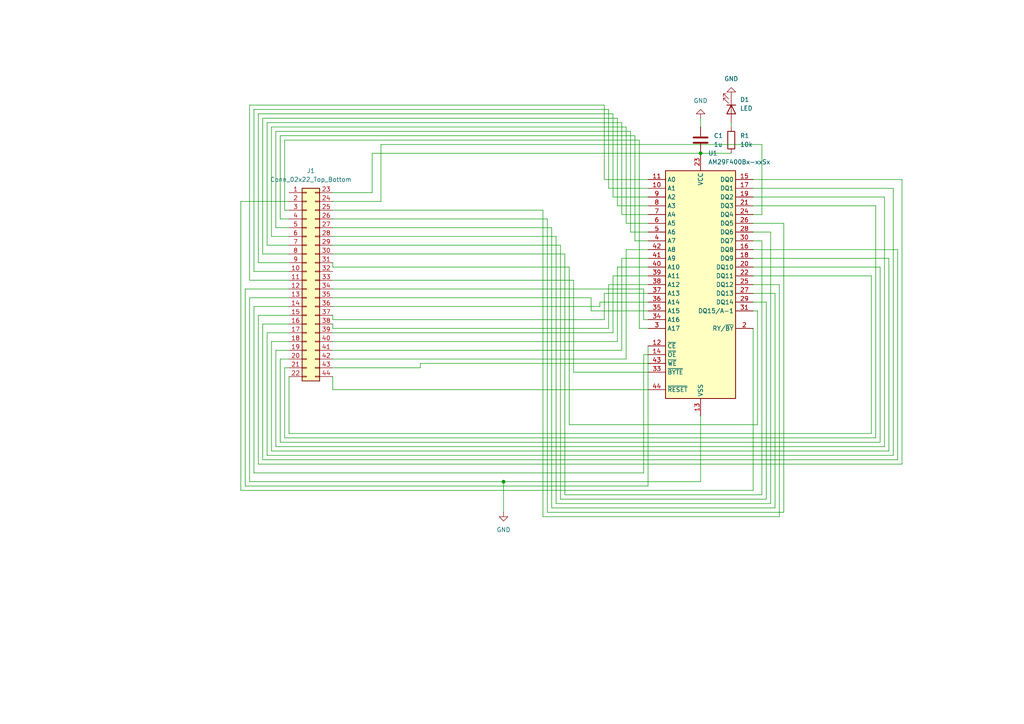
<source format=kicad_sch>
(kicad_sch
	(version 20231120)
	(generator "eeschema")
	(generator_version "8.0")
	(uuid "bb3d4561-f32f-4ca8-9fc5-297b9f25bf59")
	(paper "A4")
	(lib_symbols
		(symbol "Connector_Generic:Conn_02x22_Top_Bottom"
			(pin_names
				(offset 1.016) hide)
			(exclude_from_sim no)
			(in_bom yes)
			(on_board yes)
			(property "Reference" "J"
				(at 1.27 27.94 0)
				(effects
					(font
						(size 1.27 1.27)
					)
				)
			)
			(property "Value" "Conn_02x22_Top_Bottom"
				(at 1.27 -30.48 0)
				(effects
					(font
						(size 1.27 1.27)
					)
				)
			)
			(property "Footprint" ""
				(at 0 0 0)
				(effects
					(font
						(size 1.27 1.27)
					)
					(hide yes)
				)
			)
			(property "Datasheet" "~"
				(at 0 0 0)
				(effects
					(font
						(size 1.27 1.27)
					)
					(hide yes)
				)
			)
			(property "Description" "Generic connector, double row, 02x22, top/bottom pin numbering scheme (row 1: 1...pins_per_row, row2: pins_per_row+1 ... num_pins), script generated (kicad-library-utils/schlib/autogen/connector/)"
				(at 0 0 0)
				(effects
					(font
						(size 1.27 1.27)
					)
					(hide yes)
				)
			)
			(property "ki_keywords" "connector"
				(at 0 0 0)
				(effects
					(font
						(size 1.27 1.27)
					)
					(hide yes)
				)
			)
			(property "ki_fp_filters" "Connector*:*_2x??_*"
				(at 0 0 0)
				(effects
					(font
						(size 1.27 1.27)
					)
					(hide yes)
				)
			)
			(symbol "Conn_02x22_Top_Bottom_1_1"
				(rectangle
					(start -1.27 -27.813)
					(end 0 -28.067)
					(stroke
						(width 0.1524)
						(type default)
					)
					(fill
						(type none)
					)
				)
				(rectangle
					(start -1.27 -25.273)
					(end 0 -25.527)
					(stroke
						(width 0.1524)
						(type default)
					)
					(fill
						(type none)
					)
				)
				(rectangle
					(start -1.27 -22.733)
					(end 0 -22.987)
					(stroke
						(width 0.1524)
						(type default)
					)
					(fill
						(type none)
					)
				)
				(rectangle
					(start -1.27 -20.193)
					(end 0 -20.447)
					(stroke
						(width 0.1524)
						(type default)
					)
					(fill
						(type none)
					)
				)
				(rectangle
					(start -1.27 -17.653)
					(end 0 -17.907)
					(stroke
						(width 0.1524)
						(type default)
					)
					(fill
						(type none)
					)
				)
				(rectangle
					(start -1.27 -15.113)
					(end 0 -15.367)
					(stroke
						(width 0.1524)
						(type default)
					)
					(fill
						(type none)
					)
				)
				(rectangle
					(start -1.27 -12.573)
					(end 0 -12.827)
					(stroke
						(width 0.1524)
						(type default)
					)
					(fill
						(type none)
					)
				)
				(rectangle
					(start -1.27 -10.033)
					(end 0 -10.287)
					(stroke
						(width 0.1524)
						(type default)
					)
					(fill
						(type none)
					)
				)
				(rectangle
					(start -1.27 -7.493)
					(end 0 -7.747)
					(stroke
						(width 0.1524)
						(type default)
					)
					(fill
						(type none)
					)
				)
				(rectangle
					(start -1.27 -4.953)
					(end 0 -5.207)
					(stroke
						(width 0.1524)
						(type default)
					)
					(fill
						(type none)
					)
				)
				(rectangle
					(start -1.27 -2.413)
					(end 0 -2.667)
					(stroke
						(width 0.1524)
						(type default)
					)
					(fill
						(type none)
					)
				)
				(rectangle
					(start -1.27 0.127)
					(end 0 -0.127)
					(stroke
						(width 0.1524)
						(type default)
					)
					(fill
						(type none)
					)
				)
				(rectangle
					(start -1.27 2.667)
					(end 0 2.413)
					(stroke
						(width 0.1524)
						(type default)
					)
					(fill
						(type none)
					)
				)
				(rectangle
					(start -1.27 5.207)
					(end 0 4.953)
					(stroke
						(width 0.1524)
						(type default)
					)
					(fill
						(type none)
					)
				)
				(rectangle
					(start -1.27 7.747)
					(end 0 7.493)
					(stroke
						(width 0.1524)
						(type default)
					)
					(fill
						(type none)
					)
				)
				(rectangle
					(start -1.27 10.287)
					(end 0 10.033)
					(stroke
						(width 0.1524)
						(type default)
					)
					(fill
						(type none)
					)
				)
				(rectangle
					(start -1.27 12.827)
					(end 0 12.573)
					(stroke
						(width 0.1524)
						(type default)
					)
					(fill
						(type none)
					)
				)
				(rectangle
					(start -1.27 15.367)
					(end 0 15.113)
					(stroke
						(width 0.1524)
						(type default)
					)
					(fill
						(type none)
					)
				)
				(rectangle
					(start -1.27 17.907)
					(end 0 17.653)
					(stroke
						(width 0.1524)
						(type default)
					)
					(fill
						(type none)
					)
				)
				(rectangle
					(start -1.27 20.447)
					(end 0 20.193)
					(stroke
						(width 0.1524)
						(type default)
					)
					(fill
						(type none)
					)
				)
				(rectangle
					(start -1.27 22.987)
					(end 0 22.733)
					(stroke
						(width 0.1524)
						(type default)
					)
					(fill
						(type none)
					)
				)
				(rectangle
					(start -1.27 25.527)
					(end 0 25.273)
					(stroke
						(width 0.1524)
						(type default)
					)
					(fill
						(type none)
					)
				)
				(rectangle
					(start -1.27 26.67)
					(end 3.81 -29.21)
					(stroke
						(width 0.254)
						(type default)
					)
					(fill
						(type background)
					)
				)
				(rectangle
					(start 3.81 -27.813)
					(end 2.54 -28.067)
					(stroke
						(width 0.1524)
						(type default)
					)
					(fill
						(type none)
					)
				)
				(rectangle
					(start 3.81 -25.273)
					(end 2.54 -25.527)
					(stroke
						(width 0.1524)
						(type default)
					)
					(fill
						(type none)
					)
				)
				(rectangle
					(start 3.81 -22.733)
					(end 2.54 -22.987)
					(stroke
						(width 0.1524)
						(type default)
					)
					(fill
						(type none)
					)
				)
				(rectangle
					(start 3.81 -20.193)
					(end 2.54 -20.447)
					(stroke
						(width 0.1524)
						(type default)
					)
					(fill
						(type none)
					)
				)
				(rectangle
					(start 3.81 -17.653)
					(end 2.54 -17.907)
					(stroke
						(width 0.1524)
						(type default)
					)
					(fill
						(type none)
					)
				)
				(rectangle
					(start 3.81 -15.113)
					(end 2.54 -15.367)
					(stroke
						(width 0.1524)
						(type default)
					)
					(fill
						(type none)
					)
				)
				(rectangle
					(start 3.81 -12.573)
					(end 2.54 -12.827)
					(stroke
						(width 0.1524)
						(type default)
					)
					(fill
						(type none)
					)
				)
				(rectangle
					(start 3.81 -10.033)
					(end 2.54 -10.287)
					(stroke
						(width 0.1524)
						(type default)
					)
					(fill
						(type none)
					)
				)
				(rectangle
					(start 3.81 -7.493)
					(end 2.54 -7.747)
					(stroke
						(width 0.1524)
						(type default)
					)
					(fill
						(type none)
					)
				)
				(rectangle
					(start 3.81 -4.953)
					(end 2.54 -5.207)
					(stroke
						(width 0.1524)
						(type default)
					)
					(fill
						(type none)
					)
				)
				(rectangle
					(start 3.81 -2.413)
					(end 2.54 -2.667)
					(stroke
						(width 0.1524)
						(type default)
					)
					(fill
						(type none)
					)
				)
				(rectangle
					(start 3.81 0.127)
					(end 2.54 -0.127)
					(stroke
						(width 0.1524)
						(type default)
					)
					(fill
						(type none)
					)
				)
				(rectangle
					(start 3.81 2.667)
					(end 2.54 2.413)
					(stroke
						(width 0.1524)
						(type default)
					)
					(fill
						(type none)
					)
				)
				(rectangle
					(start 3.81 5.207)
					(end 2.54 4.953)
					(stroke
						(width 0.1524)
						(type default)
					)
					(fill
						(type none)
					)
				)
				(rectangle
					(start 3.81 7.747)
					(end 2.54 7.493)
					(stroke
						(width 0.1524)
						(type default)
					)
					(fill
						(type none)
					)
				)
				(rectangle
					(start 3.81 10.287)
					(end 2.54 10.033)
					(stroke
						(width 0.1524)
						(type default)
					)
					(fill
						(type none)
					)
				)
				(rectangle
					(start 3.81 12.827)
					(end 2.54 12.573)
					(stroke
						(width 0.1524)
						(type default)
					)
					(fill
						(type none)
					)
				)
				(rectangle
					(start 3.81 15.367)
					(end 2.54 15.113)
					(stroke
						(width 0.1524)
						(type default)
					)
					(fill
						(type none)
					)
				)
				(rectangle
					(start 3.81 17.907)
					(end 2.54 17.653)
					(stroke
						(width 0.1524)
						(type default)
					)
					(fill
						(type none)
					)
				)
				(rectangle
					(start 3.81 20.447)
					(end 2.54 20.193)
					(stroke
						(width 0.1524)
						(type default)
					)
					(fill
						(type none)
					)
				)
				(rectangle
					(start 3.81 22.987)
					(end 2.54 22.733)
					(stroke
						(width 0.1524)
						(type default)
					)
					(fill
						(type none)
					)
				)
				(rectangle
					(start 3.81 25.527)
					(end 2.54 25.273)
					(stroke
						(width 0.1524)
						(type default)
					)
					(fill
						(type none)
					)
				)
				(pin passive line
					(at -5.08 25.4 0)
					(length 3.81)
					(name "Pin_1"
						(effects
							(font
								(size 1.27 1.27)
							)
						)
					)
					(number "1"
						(effects
							(font
								(size 1.27 1.27)
							)
						)
					)
				)
				(pin passive line
					(at -5.08 2.54 0)
					(length 3.81)
					(name "Pin_10"
						(effects
							(font
								(size 1.27 1.27)
							)
						)
					)
					(number "10"
						(effects
							(font
								(size 1.27 1.27)
							)
						)
					)
				)
				(pin passive line
					(at -5.08 0 0)
					(length 3.81)
					(name "Pin_11"
						(effects
							(font
								(size 1.27 1.27)
							)
						)
					)
					(number "11"
						(effects
							(font
								(size 1.27 1.27)
							)
						)
					)
				)
				(pin passive line
					(at -5.08 -2.54 0)
					(length 3.81)
					(name "Pin_12"
						(effects
							(font
								(size 1.27 1.27)
							)
						)
					)
					(number "12"
						(effects
							(font
								(size 1.27 1.27)
							)
						)
					)
				)
				(pin passive line
					(at -5.08 -5.08 0)
					(length 3.81)
					(name "Pin_13"
						(effects
							(font
								(size 1.27 1.27)
							)
						)
					)
					(number "13"
						(effects
							(font
								(size 1.27 1.27)
							)
						)
					)
				)
				(pin passive line
					(at -5.08 -7.62 0)
					(length 3.81)
					(name "Pin_14"
						(effects
							(font
								(size 1.27 1.27)
							)
						)
					)
					(number "14"
						(effects
							(font
								(size 1.27 1.27)
							)
						)
					)
				)
				(pin passive line
					(at -5.08 -10.16 0)
					(length 3.81)
					(name "Pin_15"
						(effects
							(font
								(size 1.27 1.27)
							)
						)
					)
					(number "15"
						(effects
							(font
								(size 1.27 1.27)
							)
						)
					)
				)
				(pin passive line
					(at -5.08 -12.7 0)
					(length 3.81)
					(name "Pin_16"
						(effects
							(font
								(size 1.27 1.27)
							)
						)
					)
					(number "16"
						(effects
							(font
								(size 1.27 1.27)
							)
						)
					)
				)
				(pin passive line
					(at -5.08 -15.24 0)
					(length 3.81)
					(name "Pin_17"
						(effects
							(font
								(size 1.27 1.27)
							)
						)
					)
					(number "17"
						(effects
							(font
								(size 1.27 1.27)
							)
						)
					)
				)
				(pin passive line
					(at -5.08 -17.78 0)
					(length 3.81)
					(name "Pin_18"
						(effects
							(font
								(size 1.27 1.27)
							)
						)
					)
					(number "18"
						(effects
							(font
								(size 1.27 1.27)
							)
						)
					)
				)
				(pin passive line
					(at -5.08 -20.32 0)
					(length 3.81)
					(name "Pin_19"
						(effects
							(font
								(size 1.27 1.27)
							)
						)
					)
					(number "19"
						(effects
							(font
								(size 1.27 1.27)
							)
						)
					)
				)
				(pin passive line
					(at -5.08 22.86 0)
					(length 3.81)
					(name "Pin_2"
						(effects
							(font
								(size 1.27 1.27)
							)
						)
					)
					(number "2"
						(effects
							(font
								(size 1.27 1.27)
							)
						)
					)
				)
				(pin passive line
					(at -5.08 -22.86 0)
					(length 3.81)
					(name "Pin_20"
						(effects
							(font
								(size 1.27 1.27)
							)
						)
					)
					(number "20"
						(effects
							(font
								(size 1.27 1.27)
							)
						)
					)
				)
				(pin passive line
					(at -5.08 -25.4 0)
					(length 3.81)
					(name "Pin_21"
						(effects
							(font
								(size 1.27 1.27)
							)
						)
					)
					(number "21"
						(effects
							(font
								(size 1.27 1.27)
							)
						)
					)
				)
				(pin passive line
					(at -5.08 -27.94 0)
					(length 3.81)
					(name "Pin_22"
						(effects
							(font
								(size 1.27 1.27)
							)
						)
					)
					(number "22"
						(effects
							(font
								(size 1.27 1.27)
							)
						)
					)
				)
				(pin passive line
					(at 7.62 25.4 180)
					(length 3.81)
					(name "Pin_23"
						(effects
							(font
								(size 1.27 1.27)
							)
						)
					)
					(number "23"
						(effects
							(font
								(size 1.27 1.27)
							)
						)
					)
				)
				(pin passive line
					(at 7.62 22.86 180)
					(length 3.81)
					(name "Pin_24"
						(effects
							(font
								(size 1.27 1.27)
							)
						)
					)
					(number "24"
						(effects
							(font
								(size 1.27 1.27)
							)
						)
					)
				)
				(pin passive line
					(at 7.62 20.32 180)
					(length 3.81)
					(name "Pin_25"
						(effects
							(font
								(size 1.27 1.27)
							)
						)
					)
					(number "25"
						(effects
							(font
								(size 1.27 1.27)
							)
						)
					)
				)
				(pin passive line
					(at 7.62 17.78 180)
					(length 3.81)
					(name "Pin_26"
						(effects
							(font
								(size 1.27 1.27)
							)
						)
					)
					(number "26"
						(effects
							(font
								(size 1.27 1.27)
							)
						)
					)
				)
				(pin passive line
					(at 7.62 15.24 180)
					(length 3.81)
					(name "Pin_27"
						(effects
							(font
								(size 1.27 1.27)
							)
						)
					)
					(number "27"
						(effects
							(font
								(size 1.27 1.27)
							)
						)
					)
				)
				(pin passive line
					(at 7.62 12.7 180)
					(length 3.81)
					(name "Pin_28"
						(effects
							(font
								(size 1.27 1.27)
							)
						)
					)
					(number "28"
						(effects
							(font
								(size 1.27 1.27)
							)
						)
					)
				)
				(pin passive line
					(at 7.62 10.16 180)
					(length 3.81)
					(name "Pin_29"
						(effects
							(font
								(size 1.27 1.27)
							)
						)
					)
					(number "29"
						(effects
							(font
								(size 1.27 1.27)
							)
						)
					)
				)
				(pin passive line
					(at -5.08 20.32 0)
					(length 3.81)
					(name "Pin_3"
						(effects
							(font
								(size 1.27 1.27)
							)
						)
					)
					(number "3"
						(effects
							(font
								(size 1.27 1.27)
							)
						)
					)
				)
				(pin passive line
					(at 7.62 7.62 180)
					(length 3.81)
					(name "Pin_30"
						(effects
							(font
								(size 1.27 1.27)
							)
						)
					)
					(number "30"
						(effects
							(font
								(size 1.27 1.27)
							)
						)
					)
				)
				(pin passive line
					(at 7.62 5.08 180)
					(length 3.81)
					(name "Pin_31"
						(effects
							(font
								(size 1.27 1.27)
							)
						)
					)
					(number "31"
						(effects
							(font
								(size 1.27 1.27)
							)
						)
					)
				)
				(pin passive line
					(at 7.62 2.54 180)
					(length 3.81)
					(name "Pin_32"
						(effects
							(font
								(size 1.27 1.27)
							)
						)
					)
					(number "32"
						(effects
							(font
								(size 1.27 1.27)
							)
						)
					)
				)
				(pin passive line
					(at 7.62 0 180)
					(length 3.81)
					(name "Pin_33"
						(effects
							(font
								(size 1.27 1.27)
							)
						)
					)
					(number "33"
						(effects
							(font
								(size 1.27 1.27)
							)
						)
					)
				)
				(pin passive line
					(at 7.62 -2.54 180)
					(length 3.81)
					(name "Pin_34"
						(effects
							(font
								(size 1.27 1.27)
							)
						)
					)
					(number "34"
						(effects
							(font
								(size 1.27 1.27)
							)
						)
					)
				)
				(pin passive line
					(at 7.62 -5.08 180)
					(length 3.81)
					(name "Pin_35"
						(effects
							(font
								(size 1.27 1.27)
							)
						)
					)
					(number "35"
						(effects
							(font
								(size 1.27 1.27)
							)
						)
					)
				)
				(pin passive line
					(at 7.62 -7.62 180)
					(length 3.81)
					(name "Pin_36"
						(effects
							(font
								(size 1.27 1.27)
							)
						)
					)
					(number "36"
						(effects
							(font
								(size 1.27 1.27)
							)
						)
					)
				)
				(pin passive line
					(at 7.62 -10.16 180)
					(length 3.81)
					(name "Pin_37"
						(effects
							(font
								(size 1.27 1.27)
							)
						)
					)
					(number "37"
						(effects
							(font
								(size 1.27 1.27)
							)
						)
					)
				)
				(pin passive line
					(at 7.62 -12.7 180)
					(length 3.81)
					(name "Pin_38"
						(effects
							(font
								(size 1.27 1.27)
							)
						)
					)
					(number "38"
						(effects
							(font
								(size 1.27 1.27)
							)
						)
					)
				)
				(pin passive line
					(at 7.62 -15.24 180)
					(length 3.81)
					(name "Pin_39"
						(effects
							(font
								(size 1.27 1.27)
							)
						)
					)
					(number "39"
						(effects
							(font
								(size 1.27 1.27)
							)
						)
					)
				)
				(pin passive line
					(at -5.08 17.78 0)
					(length 3.81)
					(name "Pin_4"
						(effects
							(font
								(size 1.27 1.27)
							)
						)
					)
					(number "4"
						(effects
							(font
								(size 1.27 1.27)
							)
						)
					)
				)
				(pin passive line
					(at 7.62 -17.78 180)
					(length 3.81)
					(name "Pin_40"
						(effects
							(font
								(size 1.27 1.27)
							)
						)
					)
					(number "40"
						(effects
							(font
								(size 1.27 1.27)
							)
						)
					)
				)
				(pin passive line
					(at 7.62 -20.32 180)
					(length 3.81)
					(name "Pin_41"
						(effects
							(font
								(size 1.27 1.27)
							)
						)
					)
					(number "41"
						(effects
							(font
								(size 1.27 1.27)
							)
						)
					)
				)
				(pin passive line
					(at 7.62 -22.86 180)
					(length 3.81)
					(name "Pin_42"
						(effects
							(font
								(size 1.27 1.27)
							)
						)
					)
					(number "42"
						(effects
							(font
								(size 1.27 1.27)
							)
						)
					)
				)
				(pin passive line
					(at 7.62 -25.4 180)
					(length 3.81)
					(name "Pin_43"
						(effects
							(font
								(size 1.27 1.27)
							)
						)
					)
					(number "43"
						(effects
							(font
								(size 1.27 1.27)
							)
						)
					)
				)
				(pin passive line
					(at 7.62 -27.94 180)
					(length 3.81)
					(name "Pin_44"
						(effects
							(font
								(size 1.27 1.27)
							)
						)
					)
					(number "44"
						(effects
							(font
								(size 1.27 1.27)
							)
						)
					)
				)
				(pin passive line
					(at -5.08 15.24 0)
					(length 3.81)
					(name "Pin_5"
						(effects
							(font
								(size 1.27 1.27)
							)
						)
					)
					(number "5"
						(effects
							(font
								(size 1.27 1.27)
							)
						)
					)
				)
				(pin passive line
					(at -5.08 12.7 0)
					(length 3.81)
					(name "Pin_6"
						(effects
							(font
								(size 1.27 1.27)
							)
						)
					)
					(number "6"
						(effects
							(font
								(size 1.27 1.27)
							)
						)
					)
				)
				(pin passive line
					(at -5.08 10.16 0)
					(length 3.81)
					(name "Pin_7"
						(effects
							(font
								(size 1.27 1.27)
							)
						)
					)
					(number "7"
						(effects
							(font
								(size 1.27 1.27)
							)
						)
					)
				)
				(pin passive line
					(at -5.08 7.62 0)
					(length 3.81)
					(name "Pin_8"
						(effects
							(font
								(size 1.27 1.27)
							)
						)
					)
					(number "8"
						(effects
							(font
								(size 1.27 1.27)
							)
						)
					)
				)
				(pin passive line
					(at -5.08 5.08 0)
					(length 3.81)
					(name "Pin_9"
						(effects
							(font
								(size 1.27 1.27)
							)
						)
					)
					(number "9"
						(effects
							(font
								(size 1.27 1.27)
							)
						)
					)
				)
			)
		)
		(symbol "Device:C"
			(pin_numbers hide)
			(pin_names
				(offset 0.254)
			)
			(exclude_from_sim no)
			(in_bom yes)
			(on_board yes)
			(property "Reference" "C"
				(at 0.635 2.54 0)
				(effects
					(font
						(size 1.27 1.27)
					)
					(justify left)
				)
			)
			(property "Value" "C"
				(at 0.635 -2.54 0)
				(effects
					(font
						(size 1.27 1.27)
					)
					(justify left)
				)
			)
			(property "Footprint" ""
				(at 0.9652 -3.81 0)
				(effects
					(font
						(size 1.27 1.27)
					)
					(hide yes)
				)
			)
			(property "Datasheet" "~"
				(at 0 0 0)
				(effects
					(font
						(size 1.27 1.27)
					)
					(hide yes)
				)
			)
			(property "Description" "Unpolarized capacitor"
				(at 0 0 0)
				(effects
					(font
						(size 1.27 1.27)
					)
					(hide yes)
				)
			)
			(property "ki_keywords" "cap capacitor"
				(at 0 0 0)
				(effects
					(font
						(size 1.27 1.27)
					)
					(hide yes)
				)
			)
			(property "ki_fp_filters" "C_*"
				(at 0 0 0)
				(effects
					(font
						(size 1.27 1.27)
					)
					(hide yes)
				)
			)
			(symbol "C_0_1"
				(polyline
					(pts
						(xy -2.032 -0.762) (xy 2.032 -0.762)
					)
					(stroke
						(width 0.508)
						(type default)
					)
					(fill
						(type none)
					)
				)
				(polyline
					(pts
						(xy -2.032 0.762) (xy 2.032 0.762)
					)
					(stroke
						(width 0.508)
						(type default)
					)
					(fill
						(type none)
					)
				)
			)
			(symbol "C_1_1"
				(pin passive line
					(at 0 3.81 270)
					(length 2.794)
					(name "~"
						(effects
							(font
								(size 1.27 1.27)
							)
						)
					)
					(number "1"
						(effects
							(font
								(size 1.27 1.27)
							)
						)
					)
				)
				(pin passive line
					(at 0 -3.81 90)
					(length 2.794)
					(name "~"
						(effects
							(font
								(size 1.27 1.27)
							)
						)
					)
					(number "2"
						(effects
							(font
								(size 1.27 1.27)
							)
						)
					)
				)
			)
		)
		(symbol "Device:LED"
			(pin_numbers hide)
			(pin_names
				(offset 1.016) hide)
			(exclude_from_sim no)
			(in_bom yes)
			(on_board yes)
			(property "Reference" "D"
				(at 0 2.54 0)
				(effects
					(font
						(size 1.27 1.27)
					)
				)
			)
			(property "Value" "LED"
				(at 0 -2.54 0)
				(effects
					(font
						(size 1.27 1.27)
					)
				)
			)
			(property "Footprint" ""
				(at 0 0 0)
				(effects
					(font
						(size 1.27 1.27)
					)
					(hide yes)
				)
			)
			(property "Datasheet" "~"
				(at 0 0 0)
				(effects
					(font
						(size 1.27 1.27)
					)
					(hide yes)
				)
			)
			(property "Description" "Light emitting diode"
				(at 0 0 0)
				(effects
					(font
						(size 1.27 1.27)
					)
					(hide yes)
				)
			)
			(property "ki_keywords" "LED diode"
				(at 0 0 0)
				(effects
					(font
						(size 1.27 1.27)
					)
					(hide yes)
				)
			)
			(property "ki_fp_filters" "LED* LED_SMD:* LED_THT:*"
				(at 0 0 0)
				(effects
					(font
						(size 1.27 1.27)
					)
					(hide yes)
				)
			)
			(symbol "LED_0_1"
				(polyline
					(pts
						(xy -1.27 -1.27) (xy -1.27 1.27)
					)
					(stroke
						(width 0.254)
						(type default)
					)
					(fill
						(type none)
					)
				)
				(polyline
					(pts
						(xy -1.27 0) (xy 1.27 0)
					)
					(stroke
						(width 0)
						(type default)
					)
					(fill
						(type none)
					)
				)
				(polyline
					(pts
						(xy 1.27 -1.27) (xy 1.27 1.27) (xy -1.27 0) (xy 1.27 -1.27)
					)
					(stroke
						(width 0.254)
						(type default)
					)
					(fill
						(type none)
					)
				)
				(polyline
					(pts
						(xy -3.048 -0.762) (xy -4.572 -2.286) (xy -3.81 -2.286) (xy -4.572 -2.286) (xy -4.572 -1.524)
					)
					(stroke
						(width 0)
						(type default)
					)
					(fill
						(type none)
					)
				)
				(polyline
					(pts
						(xy -1.778 -0.762) (xy -3.302 -2.286) (xy -2.54 -2.286) (xy -3.302 -2.286) (xy -3.302 -1.524)
					)
					(stroke
						(width 0)
						(type default)
					)
					(fill
						(type none)
					)
				)
			)
			(symbol "LED_1_1"
				(pin passive line
					(at -3.81 0 0)
					(length 2.54)
					(name "K"
						(effects
							(font
								(size 1.27 1.27)
							)
						)
					)
					(number "1"
						(effects
							(font
								(size 1.27 1.27)
							)
						)
					)
				)
				(pin passive line
					(at 3.81 0 180)
					(length 2.54)
					(name "A"
						(effects
							(font
								(size 1.27 1.27)
							)
						)
					)
					(number "2"
						(effects
							(font
								(size 1.27 1.27)
							)
						)
					)
				)
			)
		)
		(symbol "Device:R"
			(pin_numbers hide)
			(pin_names
				(offset 0)
			)
			(exclude_from_sim no)
			(in_bom yes)
			(on_board yes)
			(property "Reference" "R"
				(at 2.032 0 90)
				(effects
					(font
						(size 1.27 1.27)
					)
				)
			)
			(property "Value" "R"
				(at 0 0 90)
				(effects
					(font
						(size 1.27 1.27)
					)
				)
			)
			(property "Footprint" ""
				(at -1.778 0 90)
				(effects
					(font
						(size 1.27 1.27)
					)
					(hide yes)
				)
			)
			(property "Datasheet" "~"
				(at 0 0 0)
				(effects
					(font
						(size 1.27 1.27)
					)
					(hide yes)
				)
			)
			(property "Description" "Resistor"
				(at 0 0 0)
				(effects
					(font
						(size 1.27 1.27)
					)
					(hide yes)
				)
			)
			(property "ki_keywords" "R res resistor"
				(at 0 0 0)
				(effects
					(font
						(size 1.27 1.27)
					)
					(hide yes)
				)
			)
			(property "ki_fp_filters" "R_*"
				(at 0 0 0)
				(effects
					(font
						(size 1.27 1.27)
					)
					(hide yes)
				)
			)
			(symbol "R_0_1"
				(rectangle
					(start -1.016 -2.54)
					(end 1.016 2.54)
					(stroke
						(width 0.254)
						(type default)
					)
					(fill
						(type none)
					)
				)
			)
			(symbol "R_1_1"
				(pin passive line
					(at 0 3.81 270)
					(length 1.27)
					(name "~"
						(effects
							(font
								(size 1.27 1.27)
							)
						)
					)
					(number "1"
						(effects
							(font
								(size 1.27 1.27)
							)
						)
					)
				)
				(pin passive line
					(at 0 -3.81 90)
					(length 1.27)
					(name "~"
						(effects
							(font
								(size 1.27 1.27)
							)
						)
					)
					(number "2"
						(effects
							(font
								(size 1.27 1.27)
							)
						)
					)
				)
			)
		)
		(symbol "Memory_Flash:AM29F400Bx-xxSx"
			(exclude_from_sim no)
			(in_bom yes)
			(on_board yes)
			(property "Reference" "U"
				(at -8.636 35.306 0)
				(effects
					(font
						(size 1.27 1.27)
					)
				)
			)
			(property "Value" "AM29F400Bx-xxSx"
				(at 10.414 35.306 0)
				(effects
					(font
						(size 1.27 1.27)
					)
				)
			)
			(property "Footprint" "Package_SO:SOP-44_13.3x28.2mm_P1.27mm"
				(at -0.254 0 0)
				(effects
					(font
						(size 1.27 1.27)
					)
					(hide yes)
				)
			)
			(property "Datasheet" "https://www.mouser.com/datasheet/2/380/AM29F400B_EOL_21505e8-9219.pdf"
				(at 0 0 0)
				(effects
					(font
						(size 1.27 1.27)
					)
					(hide yes)
				)
			)
			(property "Description" "4-Mbit (512k x 8-bit / 256k x 16-bit) CMOS 5.0 Volt-only Boot Sector Flash Memory, SOP-44"
				(at 0 0 0)
				(effects
					(font
						(size 1.27 1.27)
					)
					(hide yes)
				)
			)
			(property "ki_keywords" "FLASH 4Mbit"
				(at 0 0 0)
				(effects
					(font
						(size 1.27 1.27)
					)
					(hide yes)
				)
			)
			(property "ki_fp_filters" "SO*13.*28.*P1.27mm*"
				(at 0 0 0)
				(effects
					(font
						(size 1.27 1.27)
					)
					(hide yes)
				)
			)
			(symbol "AM29F400Bx-xxSx_0_1"
				(rectangle
					(start -10.16 33.02)
					(end 10.16 -33.02)
					(stroke
						(width 0.254)
						(type default)
					)
					(fill
						(type background)
					)
				)
			)
			(symbol "AM29F400Bx-xxSx_1_1"
				(pin no_connect line
					(at 10.16 -17.78 180)
					(length 5.08) hide
					(name "NC"
						(effects
							(font
								(size 1.27 1.27)
							)
						)
					)
					(number "1"
						(effects
							(font
								(size 1.27 1.27)
							)
						)
					)
				)
				(pin input line
					(at -15.24 27.94 0)
					(length 5.08)
					(name "A1"
						(effects
							(font
								(size 1.27 1.27)
							)
						)
					)
					(number "10"
						(effects
							(font
								(size 1.27 1.27)
							)
						)
					)
				)
				(pin input line
					(at -15.24 30.48 0)
					(length 5.08)
					(name "A0"
						(effects
							(font
								(size 1.27 1.27)
							)
						)
					)
					(number "11"
						(effects
							(font
								(size 1.27 1.27)
							)
						)
					)
				)
				(pin input line
					(at -15.24 -17.78 0)
					(length 5.08)
					(name "~{CE}"
						(effects
							(font
								(size 1.27 1.27)
							)
						)
					)
					(number "12"
						(effects
							(font
								(size 1.27 1.27)
							)
						)
					)
				)
				(pin power_in line
					(at 0 -38.1 90)
					(length 5.08)
					(name "VSS"
						(effects
							(font
								(size 1.27 1.27)
							)
						)
					)
					(number "13"
						(effects
							(font
								(size 1.27 1.27)
							)
						)
					)
				)
				(pin input line
					(at -15.24 -20.32 0)
					(length 5.08)
					(name "~{OE}"
						(effects
							(font
								(size 1.27 1.27)
							)
						)
					)
					(number "14"
						(effects
							(font
								(size 1.27 1.27)
							)
						)
					)
				)
				(pin tri_state line
					(at 15.24 30.48 180)
					(length 5.08)
					(name "DQ0"
						(effects
							(font
								(size 1.27 1.27)
							)
						)
					)
					(number "15"
						(effects
							(font
								(size 1.27 1.27)
							)
						)
					)
				)
				(pin tri_state line
					(at 15.24 10.16 180)
					(length 5.08)
					(name "DQ8"
						(effects
							(font
								(size 1.27 1.27)
							)
						)
					)
					(number "16"
						(effects
							(font
								(size 1.27 1.27)
							)
						)
					)
				)
				(pin tri_state line
					(at 15.24 27.94 180)
					(length 5.08)
					(name "DQ1"
						(effects
							(font
								(size 1.27 1.27)
							)
						)
					)
					(number "17"
						(effects
							(font
								(size 1.27 1.27)
							)
						)
					)
				)
				(pin tri_state line
					(at 15.24 7.62 180)
					(length 5.08)
					(name "DQ9"
						(effects
							(font
								(size 1.27 1.27)
							)
						)
					)
					(number "18"
						(effects
							(font
								(size 1.27 1.27)
							)
						)
					)
				)
				(pin tri_state line
					(at 15.24 25.4 180)
					(length 5.08)
					(name "DQ2"
						(effects
							(font
								(size 1.27 1.27)
							)
						)
					)
					(number "19"
						(effects
							(font
								(size 1.27 1.27)
							)
						)
					)
				)
				(pin open_collector line
					(at 15.24 -12.7 180)
					(length 5.08)
					(name "RY/~{BY}"
						(effects
							(font
								(size 1.27 1.27)
							)
						)
					)
					(number "2"
						(effects
							(font
								(size 1.27 1.27)
							)
						)
					)
				)
				(pin tri_state line
					(at 15.24 5.08 180)
					(length 5.08)
					(name "DQ10"
						(effects
							(font
								(size 1.27 1.27)
							)
						)
					)
					(number "20"
						(effects
							(font
								(size 1.27 1.27)
							)
						)
					)
				)
				(pin tri_state line
					(at 15.24 22.86 180)
					(length 5.08)
					(name "DQ3"
						(effects
							(font
								(size 1.27 1.27)
							)
						)
					)
					(number "21"
						(effects
							(font
								(size 1.27 1.27)
							)
						)
					)
				)
				(pin tri_state line
					(at 15.24 2.54 180)
					(length 5.08)
					(name "DQ11"
						(effects
							(font
								(size 1.27 1.27)
							)
						)
					)
					(number "22"
						(effects
							(font
								(size 1.27 1.27)
							)
						)
					)
				)
				(pin power_in line
					(at 0 38.1 270)
					(length 5.08)
					(name "VCC"
						(effects
							(font
								(size 1.27 1.27)
							)
						)
					)
					(number "23"
						(effects
							(font
								(size 1.27 1.27)
							)
						)
					)
				)
				(pin tri_state line
					(at 15.24 20.32 180)
					(length 5.08)
					(name "DQ4"
						(effects
							(font
								(size 1.27 1.27)
							)
						)
					)
					(number "24"
						(effects
							(font
								(size 1.27 1.27)
							)
						)
					)
				)
				(pin tri_state line
					(at 15.24 0 180)
					(length 5.08)
					(name "DQ12"
						(effects
							(font
								(size 1.27 1.27)
							)
						)
					)
					(number "25"
						(effects
							(font
								(size 1.27 1.27)
							)
						)
					)
				)
				(pin tri_state line
					(at 15.24 17.78 180)
					(length 5.08)
					(name "DQ5"
						(effects
							(font
								(size 1.27 1.27)
							)
						)
					)
					(number "26"
						(effects
							(font
								(size 1.27 1.27)
							)
						)
					)
				)
				(pin tri_state line
					(at 15.24 -2.54 180)
					(length 5.08)
					(name "DQ13"
						(effects
							(font
								(size 1.27 1.27)
							)
						)
					)
					(number "27"
						(effects
							(font
								(size 1.27 1.27)
							)
						)
					)
				)
				(pin tri_state line
					(at 15.24 15.24 180)
					(length 5.08)
					(name "DQ6"
						(effects
							(font
								(size 1.27 1.27)
							)
						)
					)
					(number "28"
						(effects
							(font
								(size 1.27 1.27)
							)
						)
					)
				)
				(pin tri_state line
					(at 15.24 -5.08 180)
					(length 5.08)
					(name "DQ14"
						(effects
							(font
								(size 1.27 1.27)
							)
						)
					)
					(number "29"
						(effects
							(font
								(size 1.27 1.27)
							)
						)
					)
				)
				(pin input line
					(at -15.24 -12.7 0)
					(length 5.08)
					(name "A17"
						(effects
							(font
								(size 1.27 1.27)
							)
						)
					)
					(number "3"
						(effects
							(font
								(size 1.27 1.27)
							)
						)
					)
				)
				(pin tri_state line
					(at 15.24 12.7 180)
					(length 5.08)
					(name "DQ7"
						(effects
							(font
								(size 1.27 1.27)
							)
						)
					)
					(number "30"
						(effects
							(font
								(size 1.27 1.27)
							)
						)
					)
				)
				(pin tri_state line
					(at 15.24 -7.62 180)
					(length 5.08)
					(name "DQ15/A-1"
						(effects
							(font
								(size 1.27 1.27)
							)
						)
					)
					(number "31"
						(effects
							(font
								(size 1.27 1.27)
							)
						)
					)
				)
				(pin passive line
					(at 0 -38.1 90)
					(length 5.08) hide
					(name "VSS"
						(effects
							(font
								(size 1.27 1.27)
							)
						)
					)
					(number "32"
						(effects
							(font
								(size 1.27 1.27)
							)
						)
					)
				)
				(pin input line
					(at -15.24 -25.4 0)
					(length 5.08)
					(name "~{BYTE}"
						(effects
							(font
								(size 1.27 1.27)
							)
						)
					)
					(number "33"
						(effects
							(font
								(size 1.27 1.27)
							)
						)
					)
				)
				(pin input line
					(at -15.24 -10.16 0)
					(length 5.08)
					(name "A16"
						(effects
							(font
								(size 1.27 1.27)
							)
						)
					)
					(number "34"
						(effects
							(font
								(size 1.27 1.27)
							)
						)
					)
				)
				(pin input line
					(at -15.24 -7.62 0)
					(length 5.08)
					(name "A15"
						(effects
							(font
								(size 1.27 1.27)
							)
						)
					)
					(number "35"
						(effects
							(font
								(size 1.27 1.27)
							)
						)
					)
				)
				(pin input line
					(at -15.24 -5.08 0)
					(length 5.08)
					(name "A14"
						(effects
							(font
								(size 1.27 1.27)
							)
						)
					)
					(number "36"
						(effects
							(font
								(size 1.27 1.27)
							)
						)
					)
				)
				(pin input line
					(at -15.24 -2.54 0)
					(length 5.08)
					(name "A13"
						(effects
							(font
								(size 1.27 1.27)
							)
						)
					)
					(number "37"
						(effects
							(font
								(size 1.27 1.27)
							)
						)
					)
				)
				(pin input line
					(at -15.24 0 0)
					(length 5.08)
					(name "A12"
						(effects
							(font
								(size 1.27 1.27)
							)
						)
					)
					(number "38"
						(effects
							(font
								(size 1.27 1.27)
							)
						)
					)
				)
				(pin input line
					(at -15.24 2.54 0)
					(length 5.08)
					(name "A11"
						(effects
							(font
								(size 1.27 1.27)
							)
						)
					)
					(number "39"
						(effects
							(font
								(size 1.27 1.27)
							)
						)
					)
				)
				(pin input line
					(at -15.24 12.7 0)
					(length 5.08)
					(name "A7"
						(effects
							(font
								(size 1.27 1.27)
							)
						)
					)
					(number "4"
						(effects
							(font
								(size 1.27 1.27)
							)
						)
					)
				)
				(pin input line
					(at -15.24 5.08 0)
					(length 5.08)
					(name "A10"
						(effects
							(font
								(size 1.27 1.27)
							)
						)
					)
					(number "40"
						(effects
							(font
								(size 1.27 1.27)
							)
						)
					)
				)
				(pin input line
					(at -15.24 7.62 0)
					(length 5.08)
					(name "A9"
						(effects
							(font
								(size 1.27 1.27)
							)
						)
					)
					(number "41"
						(effects
							(font
								(size 1.27 1.27)
							)
						)
					)
				)
				(pin input line
					(at -15.24 10.16 0)
					(length 5.08)
					(name "A8"
						(effects
							(font
								(size 1.27 1.27)
							)
						)
					)
					(number "42"
						(effects
							(font
								(size 1.27 1.27)
							)
						)
					)
				)
				(pin input line
					(at -15.24 -22.86 0)
					(length 5.08)
					(name "~{WE}"
						(effects
							(font
								(size 1.27 1.27)
							)
						)
					)
					(number "43"
						(effects
							(font
								(size 1.27 1.27)
							)
						)
					)
				)
				(pin input line
					(at -15.24 -30.48 0)
					(length 5.08)
					(name "~{RESET}"
						(effects
							(font
								(size 1.27 1.27)
							)
						)
					)
					(number "44"
						(effects
							(font
								(size 1.27 1.27)
							)
						)
					)
				)
				(pin input line
					(at -15.24 15.24 0)
					(length 5.08)
					(name "A6"
						(effects
							(font
								(size 1.27 1.27)
							)
						)
					)
					(number "5"
						(effects
							(font
								(size 1.27 1.27)
							)
						)
					)
				)
				(pin input line
					(at -15.24 17.78 0)
					(length 5.08)
					(name "A5"
						(effects
							(font
								(size 1.27 1.27)
							)
						)
					)
					(number "6"
						(effects
							(font
								(size 1.27 1.27)
							)
						)
					)
				)
				(pin input line
					(at -15.24 20.32 0)
					(length 5.08)
					(name "A4"
						(effects
							(font
								(size 1.27 1.27)
							)
						)
					)
					(number "7"
						(effects
							(font
								(size 1.27 1.27)
							)
						)
					)
				)
				(pin input line
					(at -15.24 22.86 0)
					(length 5.08)
					(name "A3"
						(effects
							(font
								(size 1.27 1.27)
							)
						)
					)
					(number "8"
						(effects
							(font
								(size 1.27 1.27)
							)
						)
					)
				)
				(pin input line
					(at -15.24 25.4 0)
					(length 5.08)
					(name "A2"
						(effects
							(font
								(size 1.27 1.27)
							)
						)
					)
					(number "9"
						(effects
							(font
								(size 1.27 1.27)
							)
						)
					)
				)
			)
		)
		(symbol "power:GND"
			(power)
			(pin_numbers hide)
			(pin_names
				(offset 0) hide)
			(exclude_from_sim no)
			(in_bom yes)
			(on_board yes)
			(property "Reference" "#PWR"
				(at 0 -6.35 0)
				(effects
					(font
						(size 1.27 1.27)
					)
					(hide yes)
				)
			)
			(property "Value" "GND"
				(at 0 -3.81 0)
				(effects
					(font
						(size 1.27 1.27)
					)
				)
			)
			(property "Footprint" ""
				(at 0 0 0)
				(effects
					(font
						(size 1.27 1.27)
					)
					(hide yes)
				)
			)
			(property "Datasheet" ""
				(at 0 0 0)
				(effects
					(font
						(size 1.27 1.27)
					)
					(hide yes)
				)
			)
			(property "Description" "Power symbol creates a global label with name \"GND\" , ground"
				(at 0 0 0)
				(effects
					(font
						(size 1.27 1.27)
					)
					(hide yes)
				)
			)
			(property "ki_keywords" "global power"
				(at 0 0 0)
				(effects
					(font
						(size 1.27 1.27)
					)
					(hide yes)
				)
			)
			(symbol "GND_0_1"
				(polyline
					(pts
						(xy 0 0) (xy 0 -1.27) (xy 1.27 -1.27) (xy 0 -2.54) (xy -1.27 -1.27) (xy 0 -1.27)
					)
					(stroke
						(width 0)
						(type default)
					)
					(fill
						(type none)
					)
				)
			)
			(symbol "GND_1_1"
				(pin power_in line
					(at 0 0 270)
					(length 0)
					(name "~"
						(effects
							(font
								(size 1.27 1.27)
							)
						)
					)
					(number "1"
						(effects
							(font
								(size 1.27 1.27)
							)
						)
					)
				)
			)
		)
	)
	(junction
		(at 146.05 139.7)
		(diameter 0)
		(color 0 0 0 0)
		(uuid "65ed93d3-253b-4c08-91b8-762e6ab54d78")
	)
	(junction
		(at 203.2 44.45)
		(diameter 0)
		(color 0 0 0 0)
		(uuid "9b374eff-cbb5-4dde-bdcd-5bd71dc8a7f5")
	)
	(wire
		(pts
			(xy 218.44 52.07) (xy 261.62 52.07)
		)
		(stroke
			(width 0)
			(type default)
		)
		(uuid "019808ef-d2b0-4682-bb61-15c7c4491248")
	)
	(wire
		(pts
			(xy 82.55 127) (xy 82.55 106.68)
		)
		(stroke
			(width 0)
			(type default)
		)
		(uuid "020064eb-57cd-4e08-9fd6-f06f670ae25c")
	)
	(wire
		(pts
			(xy 181.61 36.83) (xy 78.74 36.83)
		)
		(stroke
			(width 0)
			(type default)
		)
		(uuid "04551f10-fd74-4161-bcaa-3208988c8277")
	)
	(wire
		(pts
			(xy 252.73 80.01) (xy 252.73 125.73)
		)
		(stroke
			(width 0)
			(type default)
		)
		(uuid "065001c7-2351-4de9-b703-06d6aee94e29")
	)
	(wire
		(pts
			(xy 76.2 73.66) (xy 83.82 73.66)
		)
		(stroke
			(width 0)
			(type default)
		)
		(uuid "066c506c-2931-46b7-a54a-2719d9b8fd42")
	)
	(wire
		(pts
			(xy 187.96 52.07) (xy 175.26 52.07)
		)
		(stroke
			(width 0)
			(type default)
		)
		(uuid "0703d849-86a0-4594-8290-35c8b6eb5e44")
	)
	(wire
		(pts
			(xy 177.8 80.01) (xy 177.8 96.52)
		)
		(stroke
			(width 0)
			(type default)
		)
		(uuid "07471fa7-9da8-4e86-a316-e2ffcdca4749")
	)
	(wire
		(pts
			(xy 69.85 142.24) (xy 69.85 58.42)
		)
		(stroke
			(width 0)
			(type default)
		)
		(uuid "08ebc2d3-0aa8-4b3d-adfa-4f478e0a500e")
	)
	(wire
		(pts
			(xy 218.44 64.77) (xy 227.33 64.77)
		)
		(stroke
			(width 0)
			(type default)
		)
		(uuid "0b1ebed5-a571-4d72-95b1-25b667699df6")
	)
	(wire
		(pts
			(xy 96.52 113.03) (xy 96.52 109.22)
		)
		(stroke
			(width 0)
			(type default)
		)
		(uuid "0cfb36e9-b435-4dd3-a334-9b92f9386a27")
	)
	(wire
		(pts
			(xy 78.74 130.81) (xy 78.74 99.06)
		)
		(stroke
			(width 0)
			(type default)
		)
		(uuid "0dfc60c0-d4cc-4e3c-80fe-7679560b7060")
	)
	(wire
		(pts
			(xy 180.34 74.93) (xy 180.34 101.6)
		)
		(stroke
			(width 0)
			(type default)
		)
		(uuid "0f74e42f-1b12-4b7a-ac0f-8d9a7c59d5ee")
	)
	(wire
		(pts
			(xy 187.96 77.47) (xy 179.07 77.47)
		)
		(stroke
			(width 0)
			(type default)
		)
		(uuid "114392db-36ee-4510-ab1c-54ca2be3cefd")
	)
	(wire
		(pts
			(xy 220.98 62.23) (xy 220.98 41.91)
		)
		(stroke
			(width 0)
			(type default)
		)
		(uuid "12deed6c-986b-4ad3-9fa7-f1d0cc46469b")
	)
	(wire
		(pts
			(xy 121.92 106.68) (xy 96.52 106.68)
		)
		(stroke
			(width 0)
			(type default)
		)
		(uuid "12f5c8db-1f40-4175-b252-f71b2e4c03b7")
	)
	(wire
		(pts
			(xy 82.55 106.68) (xy 83.82 106.68)
		)
		(stroke
			(width 0)
			(type default)
		)
		(uuid "13203751-2f7a-423b-bfcf-6d218385fed8")
	)
	(wire
		(pts
			(xy 220.98 143.51) (xy 163.83 143.51)
		)
		(stroke
			(width 0)
			(type default)
		)
		(uuid "1581b5aa-826d-4c7c-9377-d650c41fdedb")
	)
	(wire
		(pts
			(xy 187.96 74.93) (xy 180.34 74.93)
		)
		(stroke
			(width 0)
			(type default)
		)
		(uuid "162d0ea5-84e3-4a25-b96c-bdc86c08d89a")
	)
	(wire
		(pts
			(xy 218.44 87.63) (xy 222.25 87.63)
		)
		(stroke
			(width 0)
			(type default)
		)
		(uuid "17143355-b924-4510-8a53-e42e69049ac8")
	)
	(wire
		(pts
			(xy 218.44 80.01) (xy 252.73 80.01)
		)
		(stroke
			(width 0)
			(type default)
		)
		(uuid "1746915f-00f2-46e7-8399-d5869f819998")
	)
	(wire
		(pts
			(xy 223.52 146.05) (xy 161.29 146.05)
		)
		(stroke
			(width 0)
			(type default)
		)
		(uuid "19d57fd6-2a58-4fb0-8176-a0a55ddf7177")
	)
	(wire
		(pts
			(xy 187.96 105.41) (xy 121.92 105.41)
		)
		(stroke
			(width 0)
			(type default)
		)
		(uuid "1aa12c55-b079-4f22-85b4-ceb1672a00b6")
	)
	(wire
		(pts
			(xy 157.48 149.86) (xy 157.48 60.96)
		)
		(stroke
			(width 0)
			(type default)
		)
		(uuid "1b49e8df-1864-49ff-98da-6cf710300ffa")
	)
	(wire
		(pts
			(xy 187.96 87.63) (xy 173.99 87.63)
		)
		(stroke
			(width 0)
			(type default)
		)
		(uuid "1c2bfc84-9cae-4465-b2d1-b993dc5638e7")
	)
	(wire
		(pts
			(xy 73.66 88.9) (xy 83.82 88.9)
		)
		(stroke
			(width 0)
			(type default)
		)
		(uuid "1c8896f7-e0f5-4190-bef6-1a848aff64be")
	)
	(wire
		(pts
			(xy 73.66 137.16) (xy 73.66 88.9)
		)
		(stroke
			(width 0)
			(type default)
		)
		(uuid "1d24cf0a-8102-485a-920f-eecb7e0d3174")
	)
	(wire
		(pts
			(xy 77.47 132.08) (xy 77.47 96.52)
		)
		(stroke
			(width 0)
			(type default)
		)
		(uuid "1d3f22a4-978f-4b68-a178-ee1ad583db5b")
	)
	(wire
		(pts
			(xy 77.47 35.56) (xy 77.47 71.12)
		)
		(stroke
			(width 0)
			(type default)
		)
		(uuid "1d98d2b6-3c6a-4eeb-8ae7-ce96e2e43413")
	)
	(wire
		(pts
			(xy 259.08 132.08) (xy 77.47 132.08)
		)
		(stroke
			(width 0)
			(type default)
		)
		(uuid "1fbc3877-eba4-43f7-acd2-b6934c9eeea9")
	)
	(wire
		(pts
			(xy 219.71 90.17) (xy 219.71 123.19)
		)
		(stroke
			(width 0)
			(type default)
		)
		(uuid "2082708e-e388-455f-8264-2ef299322a80")
	)
	(wire
		(pts
			(xy 146.05 139.7) (xy 72.39 139.7)
		)
		(stroke
			(width 0)
			(type default)
		)
		(uuid "22527ab3-583f-439f-bcfd-e6491e0b7b16")
	)
	(wire
		(pts
			(xy 212.09 35.56) (xy 212.09 36.83)
		)
		(stroke
			(width 0)
			(type default)
		)
		(uuid "229421e8-073a-424c-b410-2ac5442ba82a")
	)
	(wire
		(pts
			(xy 96.52 99.06) (xy 179.07 99.06)
		)
		(stroke
			(width 0)
			(type default)
		)
		(uuid "22d46cf7-ae74-4e29-9290-951c3237fa12")
	)
	(wire
		(pts
			(xy 96.52 77.47) (xy 96.52 76.2)
		)
		(stroke
			(width 0)
			(type default)
		)
		(uuid "287f39a5-98db-4e38-89c6-6dccd7c4f622")
	)
	(wire
		(pts
			(xy 185.42 95.25) (xy 185.42 40.64)
		)
		(stroke
			(width 0)
			(type default)
		)
		(uuid "2b7b3058-22e9-4b34-92ab-d9e22fd4f0fa")
	)
	(wire
		(pts
			(xy 71.12 140.97) (xy 71.12 83.82)
		)
		(stroke
			(width 0)
			(type default)
		)
		(uuid "2d790e54-8836-4e8c-ac27-b8af0e584c88")
	)
	(wire
		(pts
			(xy 83.82 125.73) (xy 83.82 109.22)
		)
		(stroke
			(width 0)
			(type default)
		)
		(uuid "3128fb7e-4527-4fdc-a77b-063eeb869108")
	)
	(wire
		(pts
			(xy 73.66 78.74) (xy 83.82 78.74)
		)
		(stroke
			(width 0)
			(type default)
		)
		(uuid "31490f7b-e758-4f3b-a05d-ff4606c03f1f")
	)
	(wire
		(pts
			(xy 72.39 30.48) (xy 72.39 81.28)
		)
		(stroke
			(width 0)
			(type default)
		)
		(uuid "35548a44-6fdb-4051-944e-210fff810af8")
	)
	(wire
		(pts
			(xy 162.56 144.78) (xy 162.56 71.12)
		)
		(stroke
			(width 0)
			(type default)
		)
		(uuid "3779afcb-fb45-4013-8471-0c30f6d3e8d8")
	)
	(wire
		(pts
			(xy 255.27 77.47) (xy 255.27 128.27)
		)
		(stroke
			(width 0)
			(type default)
		)
		(uuid "378bd91c-b549-4264-9bae-2b741701621f")
	)
	(wire
		(pts
			(xy 260.35 133.35) (xy 76.2 133.35)
		)
		(stroke
			(width 0)
			(type default)
		)
		(uuid "3a0fa976-bb8e-4f9d-a094-cc590c78e342")
	)
	(wire
		(pts
			(xy 80.01 66.04) (xy 83.82 66.04)
		)
		(stroke
			(width 0)
			(type default)
		)
		(uuid "3a1a0ffc-b27f-492e-9a5b-6c76f4009778")
	)
	(wire
		(pts
			(xy 175.26 30.48) (xy 72.39 30.48)
		)
		(stroke
			(width 0)
			(type default)
		)
		(uuid "3ac4a21a-ffe1-4547-b74b-c55e52f46150")
	)
	(wire
		(pts
			(xy 176.53 95.25) (xy 96.52 95.25)
		)
		(stroke
			(width 0)
			(type default)
		)
		(uuid "3bf7c0be-5769-4bed-804d-de0b680dad25")
	)
	(wire
		(pts
			(xy 176.53 54.61) (xy 176.53 31.75)
		)
		(stroke
			(width 0)
			(type default)
		)
		(uuid "3ca67feb-12a1-4a76-908a-592e1063ad38")
	)
	(wire
		(pts
			(xy 81.28 128.27) (xy 81.28 104.14)
		)
		(stroke
			(width 0)
			(type default)
		)
		(uuid "3d157a1c-1dd8-4b41-a6d6-8923220899e1")
	)
	(wire
		(pts
			(xy 218.44 77.47) (xy 255.27 77.47)
		)
		(stroke
			(width 0)
			(type default)
		)
		(uuid "3d792c29-8cbf-41c2-9f89-a96e91d1f185")
	)
	(wire
		(pts
			(xy 186.69 92.71) (xy 186.69 83.82)
		)
		(stroke
			(width 0)
			(type default)
		)
		(uuid "3efbd3e3-6be8-4eba-b22d-7132d9386c9b")
	)
	(wire
		(pts
			(xy 110.49 58.42) (xy 96.52 58.42)
		)
		(stroke
			(width 0)
			(type default)
		)
		(uuid "3f9c4d8a-e24f-4e53-a664-8e9dfea383dd")
	)
	(wire
		(pts
			(xy 110.49 41.91) (xy 110.49 58.42)
		)
		(stroke
			(width 0)
			(type default)
		)
		(uuid "40a3ff7f-55da-4b13-96bc-c9bff43e3fc3")
	)
	(wire
		(pts
			(xy 121.92 105.41) (xy 121.92 106.68)
		)
		(stroke
			(width 0)
			(type default)
		)
		(uuid "41248880-3202-4553-b89c-137a7c52063c")
	)
	(wire
		(pts
			(xy 261.62 134.62) (xy 74.93 134.62)
		)
		(stroke
			(width 0)
			(type default)
		)
		(uuid "46881de1-134a-4929-b927-0ebf8fc13b13")
	)
	(wire
		(pts
			(xy 254 127) (xy 82.55 127)
		)
		(stroke
			(width 0)
			(type default)
		)
		(uuid "46cfa5b3-e9a7-4dc8-9cd2-97a95fa8a431")
	)
	(wire
		(pts
			(xy 187.96 95.25) (xy 185.42 95.25)
		)
		(stroke
			(width 0)
			(type default)
		)
		(uuid "48188fd2-4cd2-4aab-8860-e9224aee0b77")
	)
	(wire
		(pts
			(xy 157.48 60.96) (xy 96.52 60.96)
		)
		(stroke
			(width 0)
			(type default)
		)
		(uuid "4909ae4a-2d96-423d-a53e-79ce04e08215")
	)
	(wire
		(pts
			(xy 218.44 142.24) (xy 69.85 142.24)
		)
		(stroke
			(width 0)
			(type default)
		)
		(uuid "4a534d68-3e58-4152-80c1-209cf8487e57")
	)
	(wire
		(pts
			(xy 187.96 67.31) (xy 182.88 67.31)
		)
		(stroke
			(width 0)
			(type default)
		)
		(uuid "4b48499d-47b5-4f4a-8853-ed6f4682b245")
	)
	(wire
		(pts
			(xy 80.01 101.6) (xy 83.82 101.6)
		)
		(stroke
			(width 0)
			(type default)
		)
		(uuid "4b774795-b17c-409c-ac83-0f60700abc2f")
	)
	(wire
		(pts
			(xy 257.81 130.81) (xy 78.74 130.81)
		)
		(stroke
			(width 0)
			(type default)
		)
		(uuid "4b8270ce-724f-48c6-8a5e-cefdca3c4b8c")
	)
	(wire
		(pts
			(xy 261.62 52.07) (xy 261.62 134.62)
		)
		(stroke
			(width 0)
			(type default)
		)
		(uuid "4d2913e4-71d4-4026-a535-c386fbe03689")
	)
	(wire
		(pts
			(xy 187.96 90.17) (xy 171.45 90.17)
		)
		(stroke
			(width 0)
			(type default)
		)
		(uuid "4ddb1ac8-9ba3-4663-9a68-a853f05144a8")
	)
	(wire
		(pts
			(xy 187.96 140.97) (xy 71.12 140.97)
		)
		(stroke
			(width 0)
			(type default)
		)
		(uuid "4e76aec0-f4ce-4092-9c5f-142e22e806ad")
	)
	(wire
		(pts
			(xy 181.61 72.39) (xy 181.61 104.14)
		)
		(stroke
			(width 0)
			(type default)
		)
		(uuid "4e7e89c3-bbd5-470e-ad8d-188e96e43664")
	)
	(wire
		(pts
			(xy 161.29 68.58) (xy 96.52 68.58)
		)
		(stroke
			(width 0)
			(type default)
		)
		(uuid "4e94190f-6ade-4521-afea-e20592d58227")
	)
	(wire
		(pts
			(xy 182.88 38.1) (xy 80.01 38.1)
		)
		(stroke
			(width 0)
			(type default)
		)
		(uuid "5151e66c-9624-441d-83df-1cb27b314fd8")
	)
	(wire
		(pts
			(xy 187.96 100.33) (xy 187.96 140.97)
		)
		(stroke
			(width 0)
			(type default)
		)
		(uuid "51822922-b47e-4bba-85d0-64d324f2e634")
	)
	(wire
		(pts
			(xy 107.95 44.45) (xy 107.95 55.88)
		)
		(stroke
			(width 0)
			(type default)
		)
		(uuid "529d80d6-2ed5-424c-802f-86ba13d4b00b")
	)
	(wire
		(pts
			(xy 187.96 85.09) (xy 175.26 85.09)
		)
		(stroke
			(width 0)
			(type default)
		)
		(uuid "539595f9-456c-41de-868c-d3b3045c497f")
	)
	(wire
		(pts
			(xy 218.44 95.25) (xy 218.44 142.24)
		)
		(stroke
			(width 0)
			(type default)
		)
		(uuid "5554d735-b8e4-4b96-ac15-1cb751f204f1")
	)
	(wire
		(pts
			(xy 226.06 149.86) (xy 157.48 149.86)
		)
		(stroke
			(width 0)
			(type default)
		)
		(uuid "557e7962-1885-40ee-b148-c1e73d286364")
	)
	(wire
		(pts
			(xy 96.52 96.52) (xy 177.8 96.52)
		)
		(stroke
			(width 0)
			(type default)
		)
		(uuid "55e5781f-c95b-4ea7-9222-b650ff983181")
	)
	(wire
		(pts
			(xy 226.06 82.55) (xy 226.06 149.86)
		)
		(stroke
			(width 0)
			(type default)
		)
		(uuid "5c063142-809f-4a04-8891-48736743f499")
	)
	(wire
		(pts
			(xy 218.44 90.17) (xy 219.71 90.17)
		)
		(stroke
			(width 0)
			(type default)
		)
		(uuid "5eee06b7-6966-461c-919e-682fec431bac")
	)
	(wire
		(pts
			(xy 203.2 44.45) (xy 212.09 44.45)
		)
		(stroke
			(width 0)
			(type default)
		)
		(uuid "6161f163-300e-49c8-931a-311df2e1afdc")
	)
	(wire
		(pts
			(xy 187.96 107.95) (xy 166.37 107.95)
		)
		(stroke
			(width 0)
			(type default)
		)
		(uuid "6203cc77-0581-4224-b852-dd6fb2a29910")
	)
	(wire
		(pts
			(xy 72.39 139.7) (xy 72.39 86.36)
		)
		(stroke
			(width 0)
			(type default)
		)
		(uuid "626b24d4-4e4d-41a0-848f-f44347962b3c")
	)
	(wire
		(pts
			(xy 187.96 80.01) (xy 177.8 80.01)
		)
		(stroke
			(width 0)
			(type default)
		)
		(uuid "63df4cdd-365f-4283-8f9d-894f9de975b2")
	)
	(wire
		(pts
			(xy 218.44 54.61) (xy 259.08 54.61)
		)
		(stroke
			(width 0)
			(type default)
		)
		(uuid "6574a73f-be83-4247-82e6-4b8d01f7c083")
	)
	(wire
		(pts
			(xy 163.83 143.51) (xy 163.83 73.66)
		)
		(stroke
			(width 0)
			(type default)
		)
		(uuid "65d1cf14-159f-4f75-9b88-f536d2841caa")
	)
	(wire
		(pts
			(xy 82.55 40.64) (xy 82.55 60.96)
		)
		(stroke
			(width 0)
			(type default)
		)
		(uuid "65d67b3f-e6cf-448e-8823-97eec58c1892")
	)
	(wire
		(pts
			(xy 76.2 34.29) (xy 76.2 73.66)
		)
		(stroke
			(width 0)
			(type default)
		)
		(uuid "6646766d-64b4-4fa2-a65e-a42994ab3722")
	)
	(wire
		(pts
			(xy 158.75 148.59) (xy 227.33 148.59)
		)
		(stroke
			(width 0)
			(type default)
		)
		(uuid "665841ff-c4c1-4b96-af59-eb01a12ac100")
	)
	(wire
		(pts
			(xy 254 59.69) (xy 254 127)
		)
		(stroke
			(width 0)
			(type default)
		)
		(uuid "6719c0ee-4958-4719-921b-2896246c255a")
	)
	(wire
		(pts
			(xy 187.96 59.69) (xy 179.07 59.69)
		)
		(stroke
			(width 0)
			(type default)
		)
		(uuid "6a00a46f-6bd3-45b0-ba52-3bd11eb9fc8b")
	)
	(wire
		(pts
			(xy 82.55 60.96) (xy 83.82 60.96)
		)
		(stroke
			(width 0)
			(type default)
		)
		(uuid "6ba36d93-27b2-4c33-bb07-292045cc6039")
	)
	(wire
		(pts
			(xy 180.34 35.56) (xy 77.47 35.56)
		)
		(stroke
			(width 0)
			(type default)
		)
		(uuid "6c1b2ab4-3cdc-4c67-b378-1fc1296a8069")
	)
	(wire
		(pts
			(xy 180.34 62.23) (xy 180.34 35.56)
		)
		(stroke
			(width 0)
			(type default)
		)
		(uuid "6cc8c0ab-44b4-47f3-9047-777a22f991c9")
	)
	(wire
		(pts
			(xy 78.74 68.58) (xy 83.82 68.58)
		)
		(stroke
			(width 0)
			(type default)
		)
		(uuid "6d0628b5-15cf-43ed-9839-c5ebebf9408b")
	)
	(wire
		(pts
			(xy 173.99 87.63) (xy 173.99 88.9)
		)
		(stroke
			(width 0)
			(type default)
		)
		(uuid "6e2d5f48-a0f3-40f9-91d7-f262178fbf74")
	)
	(wire
		(pts
			(xy 175.26 92.71) (xy 96.52 92.71)
		)
		(stroke
			(width 0)
			(type default)
		)
		(uuid "6e3e5384-550e-42d9-9dc2-74bd6bef8e93")
	)
	(wire
		(pts
			(xy 73.66 31.75) (xy 73.66 78.74)
		)
		(stroke
			(width 0)
			(type default)
		)
		(uuid "6fca126d-fec2-44e9-bb38-c2424d144bc8")
	)
	(wire
		(pts
			(xy 179.07 34.29) (xy 76.2 34.29)
		)
		(stroke
			(width 0)
			(type default)
		)
		(uuid "74485a30-fe39-422b-9989-3dccb12076d0")
	)
	(wire
		(pts
			(xy 179.07 59.69) (xy 179.07 34.29)
		)
		(stroke
			(width 0)
			(type default)
		)
		(uuid "744f22e0-8d69-4e20-8b3a-8217b4748292")
	)
	(wire
		(pts
			(xy 78.74 36.83) (xy 78.74 68.58)
		)
		(stroke
			(width 0)
			(type default)
		)
		(uuid "7620b628-ea02-4320-b071-eb9322bf04a3")
	)
	(wire
		(pts
			(xy 96.52 95.25) (xy 96.52 93.98)
		)
		(stroke
			(width 0)
			(type default)
		)
		(uuid "7a5c3c8c-2d21-48d4-b119-91788aa52553")
	)
	(wire
		(pts
			(xy 224.79 147.32) (xy 160.02 147.32)
		)
		(stroke
			(width 0)
			(type default)
		)
		(uuid "7e6142be-153c-4fa6-8f85-f2e614a72d41")
	)
	(wire
		(pts
			(xy 187.96 92.71) (xy 186.69 92.71)
		)
		(stroke
			(width 0)
			(type default)
		)
		(uuid "806d458b-0321-4b05-9ae7-e3ab8a4b39c3")
	)
	(wire
		(pts
			(xy 185.42 40.64) (xy 82.55 40.64)
		)
		(stroke
			(width 0)
			(type default)
		)
		(uuid "818ce38b-4549-400e-b323-2e4f89a8f5b9")
	)
	(wire
		(pts
			(xy 203.2 34.29) (xy 203.2 36.83)
		)
		(stroke
			(width 0)
			(type default)
		)
		(uuid "828735ae-a6d6-4283-b6eb-cff598b4d8ae")
	)
	(wire
		(pts
			(xy 107.95 55.88) (xy 96.52 55.88)
		)
		(stroke
			(width 0)
			(type default)
		)
		(uuid "83025659-20d2-4e1c-aef3-48ae071b21d0")
	)
	(wire
		(pts
			(xy 96.52 81.28) (xy 166.37 81.28)
		)
		(stroke
			(width 0)
			(type default)
		)
		(uuid "8880b426-0858-43af-9112-67d2dc3cea87")
	)
	(wire
		(pts
			(xy 72.39 86.36) (xy 83.82 86.36)
		)
		(stroke
			(width 0)
			(type default)
		)
		(uuid "8a1a2de8-cf2b-448b-ab2a-a850fe3a7c2b")
	)
	(wire
		(pts
			(xy 69.85 58.42) (xy 83.82 58.42)
		)
		(stroke
			(width 0)
			(type default)
		)
		(uuid "8ce6e760-e431-4e7e-aac2-abab124f4cf4")
	)
	(wire
		(pts
			(xy 187.96 113.03) (xy 96.52 113.03)
		)
		(stroke
			(width 0)
			(type default)
		)
		(uuid "8dc069e3-dbed-4272-a083-1db373eb2e6b")
	)
	(wire
		(pts
			(xy 222.25 144.78) (xy 162.56 144.78)
		)
		(stroke
			(width 0)
			(type default)
		)
		(uuid "8e15fefc-af41-4529-b4f1-de86e1ca9dbb")
	)
	(wire
		(pts
			(xy 181.61 64.77) (xy 181.61 36.83)
		)
		(stroke
			(width 0)
			(type default)
		)
		(uuid "8e8f5f7e-5b99-41a6-9a9f-8df3ee58554c")
	)
	(wire
		(pts
			(xy 96.52 88.9) (xy 173.99 88.9)
		)
		(stroke
			(width 0)
			(type default)
		)
		(uuid "90754cf5-ba9e-497d-ba24-64df0afe321c")
	)
	(wire
		(pts
			(xy 177.8 33.02) (xy 74.93 33.02)
		)
		(stroke
			(width 0)
			(type default)
		)
		(uuid "92823feb-eb45-4373-9ae5-9f8762e69ac0")
	)
	(wire
		(pts
			(xy 184.15 69.85) (xy 184.15 39.37)
		)
		(stroke
			(width 0)
			(type default)
		)
		(uuid "96d87590-0400-43c4-885e-a1cab6eb850d")
	)
	(wire
		(pts
			(xy 176.53 31.75) (xy 73.66 31.75)
		)
		(stroke
			(width 0)
			(type default)
		)
		(uuid "9c345454-6fdd-4e7a-952e-fcd10669dbff")
	)
	(wire
		(pts
			(xy 166.37 107.95) (xy 166.37 81.28)
		)
		(stroke
			(width 0)
			(type default)
		)
		(uuid "9c45c92d-0e7e-41ea-9bbe-77586fc3a92a")
	)
	(wire
		(pts
			(xy 160.02 66.04) (xy 96.52 66.04)
		)
		(stroke
			(width 0)
			(type default)
		)
		(uuid "9cd00c46-156d-4e81-9d73-590c2b412012")
	)
	(wire
		(pts
			(xy 218.44 82.55) (xy 226.06 82.55)
		)
		(stroke
			(width 0)
			(type default)
		)
		(uuid "9d538e76-2874-481b-abad-9decb6d55d25")
	)
	(wire
		(pts
			(xy 218.44 67.31) (xy 223.52 67.31)
		)
		(stroke
			(width 0)
			(type default)
		)
		(uuid "9eb1b35f-601a-45be-b391-6966e44ade1c")
	)
	(wire
		(pts
			(xy 252.73 125.73) (xy 83.82 125.73)
		)
		(stroke
			(width 0)
			(type default)
		)
		(uuid "9f9f8e4a-0935-46a6-9f60-590c479e9e38")
	)
	(wire
		(pts
			(xy 257.81 74.93) (xy 257.81 130.81)
		)
		(stroke
			(width 0)
			(type default)
		)
		(uuid "a292091c-2b04-4170-8b1b-cc1bf8c02de3")
	)
	(wire
		(pts
			(xy 256.54 129.54) (xy 80.01 129.54)
		)
		(stroke
			(width 0)
			(type default)
		)
		(uuid "a486855c-33cf-44c9-a33a-71a43aa1113b")
	)
	(wire
		(pts
			(xy 187.96 57.15) (xy 177.8 57.15)
		)
		(stroke
			(width 0)
			(type default)
		)
		(uuid "a704bb14-71a2-40c4-b440-a62294f86585")
	)
	(wire
		(pts
			(xy 96.52 92.71) (xy 96.52 91.44)
		)
		(stroke
			(width 0)
			(type default)
		)
		(uuid "a91c81e7-f68e-48a2-b29c-e5021a016ca3")
	)
	(wire
		(pts
			(xy 219.71 123.19) (xy 165.1 123.19)
		)
		(stroke
			(width 0)
			(type default)
		)
		(uuid "a96e1748-6412-4f11-a96a-3ebab5758909")
	)
	(wire
		(pts
			(xy 161.29 146.05) (xy 161.29 68.58)
		)
		(stroke
			(width 0)
			(type default)
		)
		(uuid "a9a12d2b-12f8-4293-b301-8c4e420b1480")
	)
	(wire
		(pts
			(xy 223.52 67.31) (xy 223.52 146.05)
		)
		(stroke
			(width 0)
			(type default)
		)
		(uuid "aac6ef3d-135e-4c63-80f2-9427d870b158")
	)
	(wire
		(pts
			(xy 227.33 148.59) (xy 227.33 64.77)
		)
		(stroke
			(width 0)
			(type default)
		)
		(uuid "aacb5d73-0707-4bdc-bb96-b90fcd34c225")
	)
	(wire
		(pts
			(xy 71.12 83.82) (xy 83.82 83.82)
		)
		(stroke
			(width 0)
			(type default)
		)
		(uuid "ab1001af-d3e7-42c2-adaf-2264f90f04ee")
	)
	(wire
		(pts
			(xy 158.75 63.5) (xy 96.52 63.5)
		)
		(stroke
			(width 0)
			(type default)
		)
		(uuid "ab9bdc71-ecb6-4366-be8d-f3025427e6ce")
	)
	(wire
		(pts
			(xy 146.05 139.7) (xy 146.05 148.59)
		)
		(stroke
			(width 0)
			(type default)
		)
		(uuid "ad206f7d-2f81-4942-bfbe-1ef74ca740d9")
	)
	(wire
		(pts
			(xy 74.93 33.02) (xy 74.93 76.2)
		)
		(stroke
			(width 0)
			(type default)
		)
		(uuid "ae31fec4-f2ef-4e23-9bd5-8b78b7f15df9")
	)
	(wire
		(pts
			(xy 255.27 128.27) (xy 81.28 128.27)
		)
		(stroke
			(width 0)
			(type default)
		)
		(uuid "ae3d7170-130b-494b-a649-501ef14f4e4e")
	)
	(wire
		(pts
			(xy 96.52 86.36) (xy 171.45 86.36)
		)
		(stroke
			(width 0)
			(type default)
		)
		(uuid "af51efbe-263d-4215-ab4e-711e2e9ecc20")
	)
	(wire
		(pts
			(xy 182.88 67.31) (xy 182.88 38.1)
		)
		(stroke
			(width 0)
			(type default)
		)
		(uuid "b01fe278-a258-4744-8d8f-22b05a89237f")
	)
	(wire
		(pts
			(xy 187.96 54.61) (xy 176.53 54.61)
		)
		(stroke
			(width 0)
			(type default)
		)
		(uuid "b0592e4d-a905-4a19-92b3-65cfeec0295c")
	)
	(wire
		(pts
			(xy 77.47 71.12) (xy 83.82 71.12)
		)
		(stroke
			(width 0)
			(type default)
		)
		(uuid "b066be40-95d0-4cfe-bcdd-9e1d1aa0a1d3")
	)
	(wire
		(pts
			(xy 218.44 72.39) (xy 260.35 72.39)
		)
		(stroke
			(width 0)
			(type default)
		)
		(uuid "b559e89c-0a9b-4ee7-abd2-726ac2a84028")
	)
	(wire
		(pts
			(xy 186.69 102.87) (xy 186.69 137.16)
		)
		(stroke
			(width 0)
			(type default)
		)
		(uuid "b7bbff8b-6bb5-4e52-aab2-140672b91726")
	)
	(wire
		(pts
			(xy 187.96 64.77) (xy 181.61 64.77)
		)
		(stroke
			(width 0)
			(type default)
		)
		(uuid "b9cb0299-c882-4c53-9038-bd457786383b")
	)
	(wire
		(pts
			(xy 165.1 77.47) (xy 96.52 77.47)
		)
		(stroke
			(width 0)
			(type default)
		)
		(uuid "bb402936-3f2a-4160-9392-296bc5daa1bb")
	)
	(wire
		(pts
			(xy 78.74 99.06) (xy 83.82 99.06)
		)
		(stroke
			(width 0)
			(type default)
		)
		(uuid "bd199bb9-68a7-4694-9f82-ec19da6b9e77")
	)
	(wire
		(pts
			(xy 218.44 57.15) (xy 256.54 57.15)
		)
		(stroke
			(width 0)
			(type default)
		)
		(uuid "be20976a-60fd-4c36-82de-c9f930e37544")
	)
	(wire
		(pts
			(xy 203.2 139.7) (xy 146.05 139.7)
		)
		(stroke
			(width 0)
			(type default)
		)
		(uuid "be2d9c78-5bbb-4eee-99a2-829ee8732ea9")
	)
	(wire
		(pts
			(xy 256.54 57.15) (xy 256.54 129.54)
		)
		(stroke
			(width 0)
			(type default)
		)
		(uuid "bead5786-0f09-4681-8b3a-6cb20bb106a1")
	)
	(wire
		(pts
			(xy 158.75 148.59) (xy 158.75 63.5)
		)
		(stroke
			(width 0)
			(type default)
		)
		(uuid "c22781ff-34f1-4089-b56a-640af4c6fcb0")
	)
	(wire
		(pts
			(xy 220.98 41.91) (xy 110.49 41.91)
		)
		(stroke
			(width 0)
			(type default)
		)
		(uuid "c235d62b-3c43-4636-8c66-78f9b2d891d2")
	)
	(wire
		(pts
			(xy 74.93 91.44) (xy 83.82 91.44)
		)
		(stroke
			(width 0)
			(type default)
		)
		(uuid "c5ca5302-6863-47b3-8b07-906bb37df9f8")
	)
	(wire
		(pts
			(xy 218.44 62.23) (xy 220.98 62.23)
		)
		(stroke
			(width 0)
			(type default)
		)
		(uuid "c8940d59-126b-4013-9881-2ce53a06184a")
	)
	(wire
		(pts
			(xy 181.61 104.14) (xy 96.52 104.14)
		)
		(stroke
			(width 0)
			(type default)
		)
		(uuid "c8c173a0-3dbe-4319-a871-d1e1c761c691")
	)
	(wire
		(pts
			(xy 224.79 85.09) (xy 224.79 147.32)
		)
		(stroke
			(width 0)
			(type default)
		)
		(uuid "cd010e0e-baff-4478-8b97-f1f2be8dc1b5")
	)
	(wire
		(pts
			(xy 160.02 147.32) (xy 160.02 66.04)
		)
		(stroke
			(width 0)
			(type default)
		)
		(uuid "ce271804-a0c4-4e48-8f43-71a23bb53296")
	)
	(wire
		(pts
			(xy 163.83 73.66) (xy 96.52 73.66)
		)
		(stroke
			(width 0)
			(type default)
		)
		(uuid "ceb7b6a1-82dd-405b-98d6-c0bb4c099ea3")
	)
	(wire
		(pts
			(xy 218.44 74.93) (xy 257.81 74.93)
		)
		(stroke
			(width 0)
			(type default)
		)
		(uuid "ced51e82-5f30-4d34-a7e2-ad04fd9cdd8b")
	)
	(wire
		(pts
			(xy 218.44 85.09) (xy 224.79 85.09)
		)
		(stroke
			(width 0)
			(type default)
		)
		(uuid "cee18cc0-4a7d-44ab-b163-0038dc3a9937")
	)
	(wire
		(pts
			(xy 222.25 87.63) (xy 222.25 144.78)
		)
		(stroke
			(width 0)
			(type default)
		)
		(uuid "cf1ce194-ddd8-4afa-9bd1-60bb9bd2bc5c")
	)
	(wire
		(pts
			(xy 74.93 76.2) (xy 83.82 76.2)
		)
		(stroke
			(width 0)
			(type default)
		)
		(uuid "d0a24051-88ad-41c7-9df4-073290d435c0")
	)
	(wire
		(pts
			(xy 187.96 82.55) (xy 176.53 82.55)
		)
		(stroke
			(width 0)
			(type default)
		)
		(uuid "d0ef53db-e59e-4d0f-a545-5e26843f9edb")
	)
	(wire
		(pts
			(xy 187.96 69.85) (xy 184.15 69.85)
		)
		(stroke
			(width 0)
			(type default)
		)
		(uuid "d1048a44-480e-485e-b434-40d5b0e88886")
	)
	(wire
		(pts
			(xy 186.69 137.16) (xy 73.66 137.16)
		)
		(stroke
			(width 0)
			(type default)
		)
		(uuid "d4433237-12fa-49e1-a133-d4d58387b4bb")
	)
	(wire
		(pts
			(xy 74.93 134.62) (xy 74.93 91.44)
		)
		(stroke
			(width 0)
			(type default)
		)
		(uuid "d58180ca-3c3f-423a-af64-49ef7e154252")
	)
	(wire
		(pts
			(xy 218.44 59.69) (xy 254 59.69)
		)
		(stroke
			(width 0)
			(type default)
		)
		(uuid "d6c85ca5-6414-4274-bc69-4ce3cde09586")
	)
	(wire
		(pts
			(xy 187.96 62.23) (xy 180.34 62.23)
		)
		(stroke
			(width 0)
			(type default)
		)
		(uuid "d8f5fdcf-79bd-4429-b416-1ea844703536")
	)
	(wire
		(pts
			(xy 76.2 93.98) (xy 83.82 93.98)
		)
		(stroke
			(width 0)
			(type default)
		)
		(uuid "da77f188-8f8d-430d-979a-f9a835fdc46d")
	)
	(wire
		(pts
			(xy 80.01 38.1) (xy 80.01 66.04)
		)
		(stroke
			(width 0)
			(type default)
		)
		(uuid "deba4d09-b044-4262-8d25-e1de6e8fce5c")
	)
	(wire
		(pts
			(xy 260.35 72.39) (xy 260.35 133.35)
		)
		(stroke
			(width 0)
			(type default)
		)
		(uuid "e0d0e2e8-029d-4517-8d79-178c414dc144")
	)
	(wire
		(pts
			(xy 171.45 90.17) (xy 171.45 86.36)
		)
		(stroke
			(width 0)
			(type default)
		)
		(uuid "e133e940-54a2-4264-b057-ec3ca24ac7ab")
	)
	(wire
		(pts
			(xy 187.96 72.39) (xy 181.61 72.39)
		)
		(stroke
			(width 0)
			(type default)
		)
		(uuid "e403aeb6-8acd-43fb-a9aa-ba3c07ca2d31")
	)
	(wire
		(pts
			(xy 176.53 82.55) (xy 176.53 95.25)
		)
		(stroke
			(width 0)
			(type default)
		)
		(uuid "e5eaf05d-9637-4840-9e5e-5e414b3deb19")
	)
	(wire
		(pts
			(xy 187.96 102.87) (xy 186.69 102.87)
		)
		(stroke
			(width 0)
			(type default)
		)
		(uuid "e7989cdf-d741-409a-8718-9c61eb4ef978")
	)
	(wire
		(pts
			(xy 77.47 96.52) (xy 83.82 96.52)
		)
		(stroke
			(width 0)
			(type default)
		)
		(uuid "e97ccfce-6740-480a-a411-e3d98b100fe5")
	)
	(wire
		(pts
			(xy 96.52 101.6) (xy 180.34 101.6)
		)
		(stroke
			(width 0)
			(type default)
		)
		(uuid "eb589268-428f-4afb-a04d-98c1bda11343")
	)
	(wire
		(pts
			(xy 81.28 39.37) (xy 81.28 63.5)
		)
		(stroke
			(width 0)
			(type default)
		)
		(uuid "ed7289bd-7014-4a9c-8b26-37a0e5a476b1")
	)
	(wire
		(pts
			(xy 76.2 133.35) (xy 76.2 93.98)
		)
		(stroke
			(width 0)
			(type default)
		)
		(uuid "ed810dc4-beac-4985-baba-02571d57e1e5")
	)
	(wire
		(pts
			(xy 162.56 71.12) (xy 96.52 71.12)
		)
		(stroke
			(width 0)
			(type default)
		)
		(uuid "edec0780-2b65-4198-a6f3-11b5ca8c4b8e")
	)
	(wire
		(pts
			(xy 220.98 69.85) (xy 220.98 143.51)
		)
		(stroke
			(width 0)
			(type default)
		)
		(uuid "eed8e778-8ee4-4dd0-9c85-88df7944e8bf")
	)
	(wire
		(pts
			(xy 81.28 104.14) (xy 83.82 104.14)
		)
		(stroke
			(width 0)
			(type default)
		)
		(uuid "ef12f222-f675-42da-a018-b5e9fd98cd9f")
	)
	(wire
		(pts
			(xy 175.26 52.07) (xy 175.26 30.48)
		)
		(stroke
			(width 0)
			(type default)
		)
		(uuid "ef7696a2-212e-425f-8d51-620cf3dae5fc")
	)
	(wire
		(pts
			(xy 179.07 77.47) (xy 179.07 99.06)
		)
		(stroke
			(width 0)
			(type default)
		)
		(uuid "efb7a522-0086-4276-86f0-fe6a10854176")
	)
	(wire
		(pts
			(xy 177.8 57.15) (xy 177.8 33.02)
		)
		(stroke
			(width 0)
			(type default)
		)
		(uuid "f023b635-dc56-41af-9629-5954bdcdc363")
	)
	(wire
		(pts
			(xy 259.08 54.61) (xy 259.08 132.08)
		)
		(stroke
			(width 0)
			(type default)
		)
		(uuid "f0ef6bb3-8722-4059-ad1e-1282491d3d48")
	)
	(wire
		(pts
			(xy 72.39 81.28) (xy 83.82 81.28)
		)
		(stroke
			(width 0)
			(type default)
		)
		(uuid "f1fa2352-ae98-4220-badc-b7ee12126a6f")
	)
	(wire
		(pts
			(xy 203.2 120.65) (xy 203.2 139.7)
		)
		(stroke
			(width 0)
			(type default)
		)
		(uuid "f45bdc13-74e6-4ea3-b35b-be7ecbdfec19")
	)
	(wire
		(pts
			(xy 80.01 129.54) (xy 80.01 101.6)
		)
		(stroke
			(width 0)
			(type default)
		)
		(uuid "f4e78ee6-665e-462f-8cd4-0fa48cb49ae5")
	)
	(wire
		(pts
			(xy 203.2 44.45) (xy 107.95 44.45)
		)
		(stroke
			(width 0)
			(type default)
		)
		(uuid "f60f0060-6dc0-4ff8-836b-a3102c1596fa")
	)
	(wire
		(pts
			(xy 218.44 69.85) (xy 220.98 69.85)
		)
		(stroke
			(width 0)
			(type default)
		)
		(uuid "f7ae76cf-3525-4405-96f1-6e14b798d3c8")
	)
	(wire
		(pts
			(xy 96.52 83.82) (xy 186.69 83.82)
		)
		(stroke
			(width 0)
			(type default)
		)
		(uuid "f8f7afae-cbcc-4ee5-841d-96e3d0c75e60")
	)
	(wire
		(pts
			(xy 184.15 39.37) (xy 81.28 39.37)
		)
		(stroke
			(width 0)
			(type default)
		)
		(uuid "f9cb2034-dfac-4818-b77d-8d5933bda031")
	)
	(wire
		(pts
			(xy 81.28 63.5) (xy 83.82 63.5)
		)
		(stroke
			(width 0)
			(type default)
		)
		(uuid "fd44a32f-34ab-4970-8250-1f09d0e504f2")
	)
	(wire
		(pts
			(xy 165.1 123.19) (xy 165.1 77.47)
		)
		(stroke
			(width 0)
			(type default)
		)
		(uuid "fd487a2e-2d61-4397-9a56-d38e480120a2")
	)
	(wire
		(pts
			(xy 175.26 85.09) (xy 175.26 92.71)
		)
		(stroke
			(width 0)
			(type default)
		)
		(uuid "fda6cbc0-4da9-4188-96e2-2d76111035e8")
	)
	(symbol
		(lib_id "power:GND")
		(at 203.2 34.29 180)
		(unit 1)
		(exclude_from_sim no)
		(in_bom yes)
		(on_board yes)
		(dnp no)
		(fields_autoplaced yes)
		(uuid "1a62ed0f-fce1-47dc-b6c3-ff6d4f8e24fb")
		(property "Reference" "#PWR01"
			(at 203.2 27.94 0)
			(effects
				(font
					(size 1.27 1.27)
				)
				(hide yes)
			)
		)
		(property "Value" "GND"
			(at 203.2 29.21 0)
			(effects
				(font
					(size 1.27 1.27)
				)
			)
		)
		(property "Footprint" ""
			(at 203.2 34.29 0)
			(effects
				(font
					(size 1.27 1.27)
				)
				(hide yes)
			)
		)
		(property "Datasheet" ""
			(at 203.2 34.29 0)
			(effects
				(font
					(size 1.27 1.27)
				)
				(hide yes)
			)
		)
		(property "Description" "Power symbol creates a global label with name \"GND\" , ground"
			(at 203.2 34.29 0)
			(effects
				(font
					(size 1.27 1.27)
				)
				(hide yes)
			)
		)
		(pin "1"
			(uuid "62d16fad-ec65-47b6-b77a-6b8ebbb67543")
		)
		(instances
			(project ""
				(path "/bb3d4561-f32f-4ca8-9fc5-297b9f25bf59"
					(reference "#PWR01")
					(unit 1)
				)
			)
		)
	)
	(symbol
		(lib_id "Memory_Flash:AM29F400Bx-xxSx")
		(at 203.2 82.55 0)
		(unit 1)
		(exclude_from_sim no)
		(in_bom yes)
		(on_board yes)
		(dnp no)
		(fields_autoplaced yes)
		(uuid "1e60c119-b448-46de-a683-fc5b4da61956")
		(property "Reference" "U1"
			(at 205.3941 44.45 0)
			(effects
				(font
					(size 1.27 1.27)
				)
				(justify left)
			)
		)
		(property "Value" "AM29F400Bx-xxSx"
			(at 205.3941 46.99 0)
			(effects
				(font
					(size 1.27 1.27)
				)
				(justify left)
			)
		)
		(property "Footprint" "Package_SO:SOP-44_13.3x28.2mm_P1.27mm"
			(at 202.946 82.55 0)
			(effects
				(font
					(size 1.27 1.27)
				)
				(hide yes)
			)
		)
		(property "Datasheet" "https://www.mouser.com/datasheet/2/380/AM29F400B_EOL_21505e8-9219.pdf"
			(at 203.2 82.55 0)
			(effects
				(font
					(size 1.27 1.27)
				)
				(hide yes)
			)
		)
		(property "Description" "4-Mbit (512k x 8-bit / 256k x 16-bit) CMOS 5.0 Volt-only Boot Sector Flash Memory, SOP-44"
			(at 203.2 82.55 0)
			(effects
				(font
					(size 1.27 1.27)
				)
				(hide yes)
			)
		)
		(pin "7"
			(uuid "dffa42d6-ed66-4032-998f-610ecbc17737")
		)
		(pin "34"
			(uuid "e18b4c1e-09da-4e8f-851d-1e3448dcb341")
		)
		(pin "12"
			(uuid "afdcdddb-4201-42e9-a94a-04e909cdef81")
		)
		(pin "19"
			(uuid "7315b21b-c305-4f7e-9907-e4b668847759")
		)
		(pin "35"
			(uuid "5d580ce1-cb2d-4947-94db-412eeb5eb3b6")
		)
		(pin "37"
			(uuid "f9be3d4d-1d66-4bf0-843c-1cede0e1a046")
		)
		(pin "17"
			(uuid "289ed75e-2f72-4dee-9bb0-a202a9aec7b7")
		)
		(pin "28"
			(uuid "7ec9e11a-66ae-484f-a4a1-b14ee9c9eba3")
		)
		(pin "36"
			(uuid "d25aca8b-6570-4f50-83fc-b6ccfd737142")
		)
		(pin "39"
			(uuid "d1816442-251d-49a4-9fdb-ff77f7340028")
		)
		(pin "32"
			(uuid "eb37d120-23b1-4a4d-bad7-5d31aba6ed79")
		)
		(pin "15"
			(uuid "4c192858-cf59-4016-ac4e-9fe717013ae6")
		)
		(pin "1"
			(uuid "877db2e6-702a-4a4d-a4ce-c35a242d589c")
		)
		(pin "3"
			(uuid "30de9ab2-b9ca-4bfa-b491-be2ab7cacd39")
		)
		(pin "31"
			(uuid "14737c2f-d0bd-46c1-8613-d6c1613f2b8c")
		)
		(pin "10"
			(uuid "635e9f9e-c3c9-4d11-837b-f4e7252771f3")
		)
		(pin "18"
			(uuid "e798d29c-1b78-48ee-add1-e5be62704793")
		)
		(pin "14"
			(uuid "e1e49eed-2658-49ad-a3f1-5318f8d91d5a")
		)
		(pin "41"
			(uuid "ca69b220-0922-4f01-a008-c0b4c4033c4a")
		)
		(pin "44"
			(uuid "d6c99827-e7c4-4166-90d5-baa76298628d")
		)
		(pin "16"
			(uuid "5bf4a051-b25f-452e-95fe-acbefe8ded6e")
		)
		(pin "11"
			(uuid "9e80458a-d48b-42e4-ace3-5713c11f16d6")
		)
		(pin "20"
			(uuid "c93fddae-fe2e-4235-be9c-d88607519c52")
		)
		(pin "23"
			(uuid "423e4830-8f5c-4a03-a2c0-58add2755c39")
		)
		(pin "24"
			(uuid "3c5adc44-efd1-49eb-8fe1-d22e5d126270")
		)
		(pin "43"
			(uuid "f363a189-189d-4e99-ad13-41613eb74186")
		)
		(pin "5"
			(uuid "d3c5866b-3fe3-40c6-a262-f7ebe96334c7")
		)
		(pin "6"
			(uuid "73afe8ca-316d-4c48-a4b5-92a5a24eaf16")
		)
		(pin "30"
			(uuid "9cee8934-4715-4644-9e31-1f4d9c783a28")
		)
		(pin "4"
			(uuid "5310030d-7433-4ab0-88c3-cf615ea22459")
		)
		(pin "27"
			(uuid "f3b3b50e-90fb-443d-af0d-4cb9be06ac6b")
		)
		(pin "13"
			(uuid "ec9ddef1-93e4-464c-96b9-18695f9d830d")
		)
		(pin "21"
			(uuid "35a6a40c-4d81-4335-bff4-b91799051c62")
		)
		(pin "22"
			(uuid "80d8d4fb-b7d6-4110-a143-ed167852895a")
		)
		(pin "33"
			(uuid "acb199f9-f3d6-41a7-bd54-3ca7514c087e")
		)
		(pin "40"
			(uuid "caf59820-d27d-41ec-ba53-b10aecf97c73")
		)
		(pin "42"
			(uuid "b29090e6-1d70-438f-ae4f-41de227ebc03")
		)
		(pin "2"
			(uuid "952286fc-161c-4469-8ae5-1c43d4f63ac3")
		)
		(pin "26"
			(uuid "91296071-3975-43d0-8350-d3da51bcf027")
		)
		(pin "29"
			(uuid "e071b37f-0541-415d-af9c-f04d64ee660b")
		)
		(pin "25"
			(uuid "26e65029-a981-4b6a-a4c7-630fe3c8a8dc")
		)
		(pin "38"
			(uuid "f006c7b5-01c0-400d-9cc2-783fc78a8dbf")
		)
		(pin "8"
			(uuid "55f6d859-a0a5-432c-90df-d6f02ef71b1f")
		)
		(pin "9"
			(uuid "83d53cb9-4b5d-4258-8145-a204ab39cd23")
		)
		(instances
			(project ""
				(path "/bb3d4561-f32f-4ca8-9fc5-297b9f25bf59"
					(reference "U1")
					(unit 1)
				)
			)
		)
	)
	(symbol
		(lib_id "Device:C")
		(at 203.2 40.64 0)
		(unit 1)
		(exclude_from_sim no)
		(in_bom yes)
		(on_board yes)
		(dnp no)
		(fields_autoplaced yes)
		(uuid "3d2ce7f7-4d8c-43bc-868d-95ee077c1824")
		(property "Reference" "C1"
			(at 207.01 39.3699 0)
			(effects
				(font
					(size 1.27 1.27)
				)
				(justify left)
			)
		)
		(property "Value" "1u"
			(at 207.01 41.9099 0)
			(effects
				(font
					(size 1.27 1.27)
				)
				(justify left)
			)
		)
		(property "Footprint" "Capacitor_SMD:C_0603_1608Metric"
			(at 204.1652 44.45 0)
			(effects
				(font
					(size 1.27 1.27)
				)
				(hide yes)
			)
		)
		(property "Datasheet" "~"
			(at 203.2 40.64 0)
			(effects
				(font
					(size 1.27 1.27)
				)
				(hide yes)
			)
		)
		(property "Description" "Samsung 1uF SMD Cap 0603"
			(at 203.2 40.64 0)
			(effects
				(font
					(size 1.27 1.27)
				)
				(hide yes)
			)
		)
		(pin "1"
			(uuid "98a17fef-16a9-4063-9850-b15a922ec6af")
		)
		(pin "2"
			(uuid "e776c03b-811a-42b8-8e7f-39fda2d53ccd")
		)
		(instances
			(project ""
				(path "/bb3d4561-f32f-4ca8-9fc5-297b9f25bf59"
					(reference "C1")
					(unit 1)
				)
			)
		)
	)
	(symbol
		(lib_id "Device:LED")
		(at 212.09 31.75 270)
		(unit 1)
		(exclude_from_sim no)
		(in_bom yes)
		(on_board yes)
		(dnp no)
		(fields_autoplaced yes)
		(uuid "41939b91-6363-44bf-b9ff-e6fd43ab199e")
		(property "Reference" "D1"
			(at 214.63 28.8924 90)
			(effects
				(font
					(size 1.27 1.27)
				)
				(justify left)
			)
		)
		(property "Value" "LED"
			(at 214.63 31.4324 90)
			(effects
				(font
					(size 1.27 1.27)
				)
				(justify left)
			)
		)
		(property "Footprint" "LED_SMD:LED_0603_1608Metric"
			(at 212.09 31.75 0)
			(effects
				(font
					(size 1.27 1.27)
				)
				(hide yes)
			)
		)
		(property "Datasheet" "~"
			(at 212.09 31.75 0)
			(effects
				(font
					(size 1.27 1.27)
				)
				(hide yes)
			)
		)
		(property "Description" "Light emitting diode"
			(at 212.09 31.75 0)
			(effects
				(font
					(size 1.27 1.27)
				)
				(hide yes)
			)
		)
		(pin "1"
			(uuid "dc329080-0ef3-481e-b80d-acd88c477bbc")
		)
		(pin "2"
			(uuid "18926493-c3d9-4ba2-bac5-6c56ab7d176e")
		)
		(instances
			(project ""
				(path "/bb3d4561-f32f-4ca8-9fc5-297b9f25bf59"
					(reference "D1")
					(unit 1)
				)
			)
		)
	)
	(symbol
		(lib_id "Connector_Generic:Conn_02x22_Top_Bottom")
		(at 88.9 81.28 0)
		(unit 1)
		(exclude_from_sim no)
		(in_bom yes)
		(on_board yes)
		(dnp no)
		(fields_autoplaced yes)
		(uuid "639e6320-c25e-4ca4-9953-648797a9ed61")
		(property "Reference" "J1"
			(at 90.17 49.53 0)
			(effects
				(font
					(size 1.27 1.27)
				)
			)
		)
		(property "Value" "Conn_02x22_Top_Bottom"
			(at 90.17 52.07 0)
			(effects
				(font
					(size 1.27 1.27)
				)
			)
		)
		(property "Footprint" "Connector_PinHeader_2.54mm:PinHeader_2x22_P2.54mm_Vertical"
			(at 88.9 81.28 0)
			(effects
				(font
					(size 1.27 1.27)
				)
				(hide yes)
			)
		)
		(property "Datasheet" "~"
			(at 88.9 81.28 0)
			(effects
				(font
					(size 1.27 1.27)
				)
				(hide yes)
			)
		)
		(property "Description" "Generic connector, double row, 02x22, top/bottom pin numbering scheme (row 1: 1...pins_per_row, row2: pins_per_row+1 ... num_pins), script generated (kicad-library-utils/schlib/autogen/connector/)"
			(at 88.9 81.28 0)
			(effects
				(font
					(size 1.27 1.27)
				)
				(hide yes)
			)
		)
		(pin "8"
			(uuid "02544bba-46b1-4531-8667-50217dd27b6c")
		)
		(pin "3"
			(uuid "2b548b53-03c6-4c92-b787-4d3f4543e625")
		)
		(pin "16"
			(uuid "89790efc-442e-41f5-9e4f-04d596319c47")
		)
		(pin "24"
			(uuid "aace5349-1a58-4e6b-9ff1-88739dcbc9c7")
		)
		(pin "32"
			(uuid "62c5b748-78b8-49f8-962d-e2c423001abf")
		)
		(pin "22"
			(uuid "76ed53c3-bb68-47de-b180-a6eb0ca1899d")
		)
		(pin "9"
			(uuid "3c6ab359-dbe4-4724-9b9d-8955ef15c662")
		)
		(pin "21"
			(uuid "16443812-4148-47fd-83eb-b73224eae9d6")
		)
		(pin "17"
			(uuid "9366cb61-1b5c-4f08-8ce4-1eef7b2e21aa")
		)
		(pin "30"
			(uuid "97ee956d-7f04-4015-b7d1-a2ed208b54ec")
		)
		(pin "35"
			(uuid "f74944f9-5fff-4a79-81f7-dd62f45a3f0a")
		)
		(pin "26"
			(uuid "bb5b1d33-31ac-47ae-b6ca-6a78b13fa9e3")
		)
		(pin "37"
			(uuid "87764493-f96f-4a48-9c28-75e09484721c")
		)
		(pin "39"
			(uuid "97e70d79-b088-49da-b1c9-fee644b5ac19")
		)
		(pin "2"
			(uuid "111b4a64-72ac-46c4-af44-5585e35d0acc")
		)
		(pin "14"
			(uuid "737698bb-9201-4826-b609-4ab9e9edebd0")
		)
		(pin "20"
			(uuid "355fbf27-c1e8-4e45-bda4-daad6be4c77d")
		)
		(pin "19"
			(uuid "460acf6d-35b2-4a87-8212-c87233730908")
		)
		(pin "13"
			(uuid "e894d6f0-588f-480a-ba6b-32a1dc5c321c")
		)
		(pin "31"
			(uuid "a5612031-08ab-40b9-8c5b-c8dfa3aff014")
		)
		(pin "33"
			(uuid "e7bd4693-5132-4214-aa60-e901c47a6c26")
		)
		(pin "40"
			(uuid "066af9b6-4ad1-4639-9631-ff2bd5291bd3")
		)
		(pin "42"
			(uuid "cef9c0aa-9683-4f52-8ed3-991986bbcbf9")
		)
		(pin "25"
			(uuid "6308d969-c2f6-4ddc-903f-02907d184054")
		)
		(pin "34"
			(uuid "d57852c5-a9bf-42a0-b21f-96ee6144181e")
		)
		(pin "43"
			(uuid "c9b35eda-ba73-46d6-a552-1231bc29e573")
		)
		(pin "11"
			(uuid "66d94171-bf2f-4c13-affc-625802e4efcf")
		)
		(pin "18"
			(uuid "f2934b2d-1641-438f-9678-e1ab72b02393")
		)
		(pin "44"
			(uuid "bfe3efc4-1150-4adc-87c5-ce4ffdd32a34")
		)
		(pin "12"
			(uuid "606a930b-e125-4502-a67b-94a6466c1c66")
		)
		(pin "28"
			(uuid "c2f240be-b936-4437-8663-f3cd5a76198e")
		)
		(pin "27"
			(uuid "14e98b80-c434-480e-bbb1-f996f1d9db8d")
		)
		(pin "38"
			(uuid "64b82ca9-0b2d-472b-ae80-a2c74bd765aa")
		)
		(pin "29"
			(uuid "8cd99ddc-bb8b-48be-9ac3-c0c7a88db09e")
		)
		(pin "5"
			(uuid "e2ad4e8b-9459-4a46-9b0e-69a4de9aad78")
		)
		(pin "6"
			(uuid "c0d9b190-4df2-439a-8f1c-10a105923a43")
		)
		(pin "23"
			(uuid "109ad5b7-0c76-40b5-ba77-a4d01086c6ab")
		)
		(pin "15"
			(uuid "7d9c4065-9855-4820-af46-64e2b6523b8b")
		)
		(pin "36"
			(uuid "b72be225-84c1-449a-9a6a-d35613ba246f")
		)
		(pin "10"
			(uuid "bd52915d-66b3-4069-92e9-440c69aee808")
		)
		(pin "4"
			(uuid "4bbe941b-7e31-4d67-afb1-4024912773f9")
		)
		(pin "41"
			(uuid "de0eec17-5207-4b80-ba95-50dbbb54a7eb")
		)
		(pin "1"
			(uuid "5d436cb7-c090-44cf-89c0-9e3d241633cf")
		)
		(pin "7"
			(uuid "98578347-d297-41c2-b348-6854a0ea99f7")
		)
		(instances
			(project ""
				(path "/bb3d4561-f32f-4ca8-9fc5-297b9f25bf59"
					(reference "J1")
					(unit 1)
				)
			)
		)
	)
	(symbol
		(lib_id "Device:R")
		(at 212.09 40.64 0)
		(unit 1)
		(exclude_from_sim no)
		(in_bom yes)
		(on_board yes)
		(dnp no)
		(uuid "82379c53-e18d-4ddd-8392-42517b24fec0")
		(property "Reference" "R1"
			(at 214.63 39.3699 0)
			(effects
				(font
					(size 1.27 1.27)
				)
				(justify left)
			)
		)
		(property "Value" "10k"
			(at 214.63 41.9099 0)
			(effects
				(font
					(size 1.27 1.27)
				)
				(justify left)
			)
		)
		(property "Footprint" "Resistor_SMD:R_0603_1608Metric"
			(at 224.028 38.608 90)
			(effects
				(font
					(size 1.27 1.27)
				)
				(hide yes)
			)
		)
		(property "Datasheet" "~"
			(at 212.09 40.64 0)
			(effects
				(font
					(size 1.27 1.27)
				)
				(hide yes)
			)
		)
		(property "Description" "Resistor"
			(at 212.09 40.64 0)
			(effects
				(font
					(size 1.27 1.27)
				)
				(hide yes)
			)
		)
		(pin "2"
			(uuid "27bff1c9-6cda-4850-a0e4-f6eb197894d3")
		)
		(pin "1"
			(uuid "1a86bf10-4b8b-41fe-b4e9-307dcfad73f8")
		)
		(instances
			(project ""
				(path "/bb3d4561-f32f-4ca8-9fc5-297b9f25bf59"
					(reference "R1")
					(unit 1)
				)
			)
		)
	)
	(symbol
		(lib_id "power:GND")
		(at 212.09 27.94 180)
		(unit 1)
		(exclude_from_sim no)
		(in_bom yes)
		(on_board yes)
		(dnp no)
		(fields_autoplaced yes)
		(uuid "94068c46-e369-47e6-b744-d5e89ca70bae")
		(property "Reference" "#PWR03"
			(at 212.09 21.59 0)
			(effects
				(font
					(size 1.27 1.27)
				)
				(hide yes)
			)
		)
		(property "Value" "GND"
			(at 212.09 22.86 0)
			(effects
				(font
					(size 1.27 1.27)
				)
			)
		)
		(property "Footprint" ""
			(at 212.09 27.94 0)
			(effects
				(font
					(size 1.27 1.27)
				)
				(hide yes)
			)
		)
		(property "Datasheet" ""
			(at 212.09 27.94 0)
			(effects
				(font
					(size 1.27 1.27)
				)
				(hide yes)
			)
		)
		(property "Description" "Power symbol creates a global label with name \"GND\" , ground"
			(at 212.09 27.94 0)
			(effects
				(font
					(size 1.27 1.27)
				)
				(hide yes)
			)
		)
		(pin "1"
			(uuid "e1ffae2b-7a49-4ebc-85e2-0be11db11188")
		)
		(instances
			(project "AMD_Flash_29F"
				(path "/bb3d4561-f32f-4ca8-9fc5-297b9f25bf59"
					(reference "#PWR03")
					(unit 1)
				)
			)
		)
	)
	(symbol
		(lib_id "power:GND")
		(at 146.05 148.59 0)
		(unit 1)
		(exclude_from_sim no)
		(in_bom yes)
		(on_board yes)
		(dnp no)
		(fields_autoplaced yes)
		(uuid "97c52e1a-ab61-4105-813f-1d99924c7335")
		(property "Reference" "#PWR02"
			(at 146.05 154.94 0)
			(effects
				(font
					(size 1.27 1.27)
				)
				(hide yes)
			)
		)
		(property "Value" "GND"
			(at 146.05 153.67 0)
			(effects
				(font
					(size 1.27 1.27)
				)
			)
		)
		(property "Footprint" ""
			(at 146.05 148.59 0)
			(effects
				(font
					(size 1.27 1.27)
				)
				(hide yes)
			)
		)
		(property "Datasheet" ""
			(at 146.05 148.59 0)
			(effects
				(font
					(size 1.27 1.27)
				)
				(hide yes)
			)
		)
		(property "Description" "Power symbol creates a global label with name \"GND\" , ground"
			(at 146.05 148.59 0)
			(effects
				(font
					(size 1.27 1.27)
				)
				(hide yes)
			)
		)
		(pin "1"
			(uuid "ea78a62b-3542-4b9a-b25c-e364f798ac36")
		)
		(instances
			(project "AMD_Flash_29F"
				(path "/bb3d4561-f32f-4ca8-9fc5-297b9f25bf59"
					(reference "#PWR02")
					(unit 1)
				)
			)
		)
	)
	(sheet_instances
		(path "/"
			(page "1")
		)
	)
)

</source>
